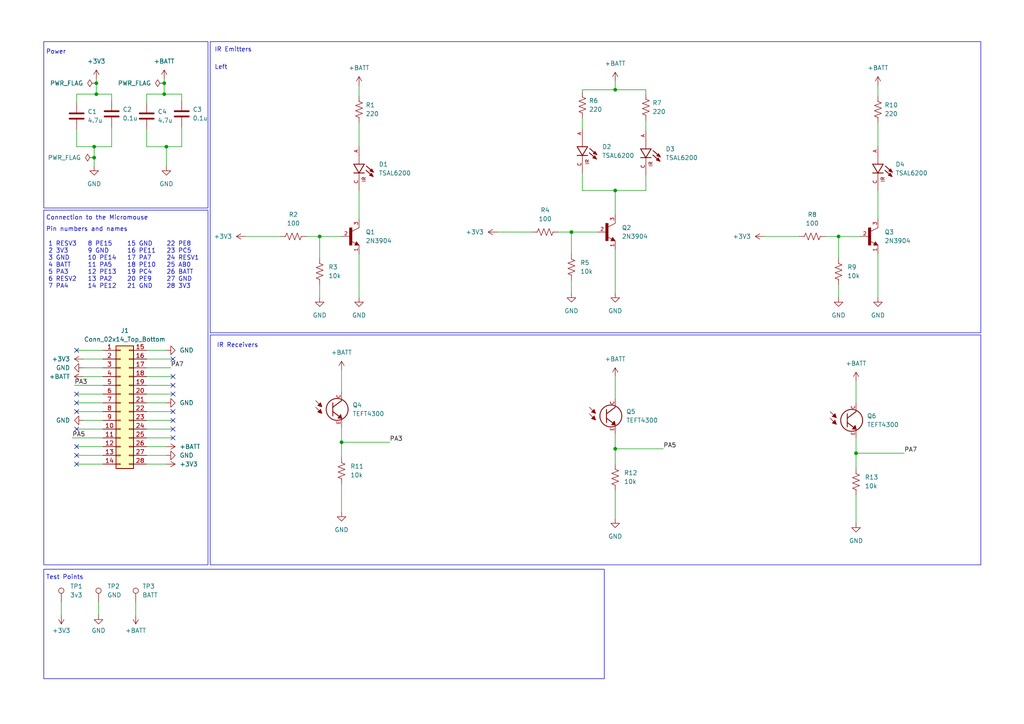
<source format=kicad_sch>
(kicad_sch (version 20230121) (generator eeschema)

  (uuid 04c73d13-15f8-469d-81f9-b705914f1cc3)

  (paper "A4")

  (title_block
    (title "Micromouse Project (Sensing)")
    (date "2024-03-22")
    (rev "0")
    (comment 1 "@author: Kwanele Mabanga")
    (comment 2 "@version: 1")
  )

  (lib_symbols
    (symbol "2N3904:2N3904" (pin_names (offset 1.016)) (in_bom yes) (on_board yes)
      (property "Reference" "Q" (at -10.16 7.62 0)
        (effects (font (size 1.27 1.27)) (justify left bottom))
      )
      (property "Value" "2N3904" (at -10.16 -7.62 0)
        (effects (font (size 1.27 1.27)) (justify left bottom))
      )
      (property "Footprint" "2N3904:TO92127P495H495-3" (at 0 0 0)
        (effects (font (size 1.27 1.27)) (justify bottom) hide)
      )
      (property "Datasheet" "" (at 0 0 0)
        (effects (font (size 1.27 1.27)) hide)
      )
      (property "MF" "STMicroelectronics" (at 0 0 0)
        (effects (font (size 1.27 1.27)) (justify bottom) hide)
      )
      (property "MAXIMUM_PACKAGE_HEIGHT" "4.95 mm" (at 0 0 0)
        (effects (font (size 1.27 1.27)) (justify bottom) hide)
      )
      (property "Package" "TO-92 Motorola" (at 0 0 0)
        (effects (font (size 1.27 1.27)) (justify bottom) hide)
      )
      (property "Price" "None" (at 0 0 0)
        (effects (font (size 1.27 1.27)) (justify bottom) hide)
      )
      (property "Check_prices" "https://www.snapeda.com/parts/2N3904/STMicroelectronics/view-part/?ref=eda" (at 0 0 0)
        (effects (font (size 1.27 1.27)) (justify bottom) hide)
      )
      (property "STANDARD" "IPC 7351B" (at 0 0 0)
        (effects (font (size 1.27 1.27)) (justify bottom) hide)
      )
      (property "PARTREV" "February 2003" (at 0 0 0)
        (effects (font (size 1.27 1.27)) (justify bottom) hide)
      )
      (property "SnapEDA_Link" "https://www.snapeda.com/parts/2N3904/STMicroelectronics/view-part/?ref=snap" (at 0 0 0)
        (effects (font (size 1.27 1.27)) (justify bottom) hide)
      )
      (property "MP" "2N3904" (at 0 0 0)
        (effects (font (size 1.27 1.27)) (justify bottom) hide)
      )
      (property "Description" "\nBipolar (BJT) Transistor NPN 40 V 200 mA 270MHz 625 mW Through Hole TO-92-3\n" (at 0 0 0)
        (effects (font (size 1.27 1.27)) (justify bottom) hide)
      )
      (property "Availability" "In Stock" (at 0 0 0)
        (effects (font (size 1.27 1.27)) (justify bottom) hide)
      )
      (property "MANUFACTURER" "STMicroelectronics" (at 0 0 0)
        (effects (font (size 1.27 1.27)) (justify bottom) hide)
      )
      (symbol "2N3904_0_0"
        (rectangle (start -0.254 -2.54) (end 0.508 2.54)
          (stroke (width 0.1) (type default))
          (fill (type outline))
        )
        (polyline
          (pts
            (xy 1.27 -2.54)
            (xy 1.778 -1.524)
          )
          (stroke (width 0.1524) (type default))
          (fill (type none))
        )
        (polyline
          (pts
            (xy 1.524 -2.413)
            (xy 2.286 -2.413)
          )
          (stroke (width 0.254) (type default))
          (fill (type none))
        )
        (polyline
          (pts
            (xy 1.524 -2.286)
            (xy 1.905 -2.286)
          )
          (stroke (width 0.254) (type default))
          (fill (type none))
        )
        (polyline
          (pts
            (xy 1.54 -2.04)
            (xy 0.308 -1.424)
          )
          (stroke (width 0.1524) (type default))
          (fill (type none))
        )
        (polyline
          (pts
            (xy 1.778 -1.778)
            (xy 1.524 -2.286)
          )
          (stroke (width 0.254) (type default))
          (fill (type none))
        )
        (polyline
          (pts
            (xy 1.778 -1.524)
            (xy 2.54 -2.54)
          )
          (stroke (width 0.1524) (type default))
          (fill (type none))
        )
        (polyline
          (pts
            (xy 1.905 -2.286)
            (xy 1.778 -2.032)
          )
          (stroke (width 0.254) (type default))
          (fill (type none))
        )
        (polyline
          (pts
            (xy 2.286 -2.413)
            (xy 1.778 -1.778)
          )
          (stroke (width 0.254) (type default))
          (fill (type none))
        )
        (polyline
          (pts
            (xy 2.54 -2.54)
            (xy 1.27 -2.54)
          )
          (stroke (width 0.1524) (type default))
          (fill (type none))
        )
        (polyline
          (pts
            (xy 2.54 2.54)
            (xy 0.508 1.524)
          )
          (stroke (width 0.1524) (type default))
          (fill (type none))
        )
        (pin passive line (at 2.54 -5.08 90) (length 2.54)
          (name "~" (effects (font (size 1.016 1.016))))
          (number "1" (effects (font (size 1.016 1.016))))
        )
        (pin passive line (at -2.54 0 0) (length 2.54)
          (name "~" (effects (font (size 1.016 1.016))))
          (number "2" (effects (font (size 1.016 1.016))))
        )
        (pin passive line (at 2.54 5.08 270) (length 2.54)
          (name "~" (effects (font (size 1.016 1.016))))
          (number "3" (effects (font (size 1.016 1.016))))
        )
      )
    )
    (symbol "Connector:TestPoint" (pin_numbers hide) (pin_names (offset 0.762) hide) (in_bom yes) (on_board yes)
      (property "Reference" "TP" (at 0 6.858 0)
        (effects (font (size 1.27 1.27)))
      )
      (property "Value" "TestPoint" (at 0 5.08 0)
        (effects (font (size 1.27 1.27)))
      )
      (property "Footprint" "" (at 5.08 0 0)
        (effects (font (size 1.27 1.27)) hide)
      )
      (property "Datasheet" "~" (at 5.08 0 0)
        (effects (font (size 1.27 1.27)) hide)
      )
      (property "ki_keywords" "test point tp" (at 0 0 0)
        (effects (font (size 1.27 1.27)) hide)
      )
      (property "ki_description" "test point" (at 0 0 0)
        (effects (font (size 1.27 1.27)) hide)
      )
      (property "ki_fp_filters" "Pin* Test*" (at 0 0 0)
        (effects (font (size 1.27 1.27)) hide)
      )
      (symbol "TestPoint_0_1"
        (circle (center 0 3.302) (radius 0.762)
          (stroke (width 0) (type default))
          (fill (type none))
        )
      )
      (symbol "TestPoint_1_1"
        (pin passive line (at 0 0 90) (length 2.54)
          (name "1" (effects (font (size 1.27 1.27))))
          (number "1" (effects (font (size 1.27 1.27))))
        )
      )
    )
    (symbol "Connector_Generic:Conn_02x14_Top_Bottom" (pin_names (offset 1.016) hide) (in_bom yes) (on_board yes)
      (property "Reference" "J" (at 1.27 17.78 0)
        (effects (font (size 1.27 1.27)))
      )
      (property "Value" "Conn_02x14_Top_Bottom" (at 1.27 -20.32 0)
        (effects (font (size 1.27 1.27)))
      )
      (property "Footprint" "" (at 0 0 0)
        (effects (font (size 1.27 1.27)) hide)
      )
      (property "Datasheet" "~" (at 0 0 0)
        (effects (font (size 1.27 1.27)) hide)
      )
      (property "ki_keywords" "connector" (at 0 0 0)
        (effects (font (size 1.27 1.27)) hide)
      )
      (property "ki_description" "Generic connector, double row, 02x14, top/bottom pin numbering scheme (row 1: 1...pins_per_row, row2: pins_per_row+1 ... num_pins), script generated (kicad-library-utils/schlib/autogen/connector/)" (at 0 0 0)
        (effects (font (size 1.27 1.27)) hide)
      )
      (property "ki_fp_filters" "Connector*:*_2x??_*" (at 0 0 0)
        (effects (font (size 1.27 1.27)) hide)
      )
      (symbol "Conn_02x14_Top_Bottom_1_1"
        (rectangle (start -1.27 -17.653) (end 0 -17.907)
          (stroke (width 0.1524) (type default))
          (fill (type none))
        )
        (rectangle (start -1.27 -15.113) (end 0 -15.367)
          (stroke (width 0.1524) (type default))
          (fill (type none))
        )
        (rectangle (start -1.27 -12.573) (end 0 -12.827)
          (stroke (width 0.1524) (type default))
          (fill (type none))
        )
        (rectangle (start -1.27 -10.033) (end 0 -10.287)
          (stroke (width 0.1524) (type default))
          (fill (type none))
        )
        (rectangle (start -1.27 -7.493) (end 0 -7.747)
          (stroke (width 0.1524) (type default))
          (fill (type none))
        )
        (rectangle (start -1.27 -4.953) (end 0 -5.207)
          (stroke (width 0.1524) (type default))
          (fill (type none))
        )
        (rectangle (start -1.27 -2.413) (end 0 -2.667)
          (stroke (width 0.1524) (type default))
          (fill (type none))
        )
        (rectangle (start -1.27 0.127) (end 0 -0.127)
          (stroke (width 0.1524) (type default))
          (fill (type none))
        )
        (rectangle (start -1.27 2.667) (end 0 2.413)
          (stroke (width 0.1524) (type default))
          (fill (type none))
        )
        (rectangle (start -1.27 5.207) (end 0 4.953)
          (stroke (width 0.1524) (type default))
          (fill (type none))
        )
        (rectangle (start -1.27 7.747) (end 0 7.493)
          (stroke (width 0.1524) (type default))
          (fill (type none))
        )
        (rectangle (start -1.27 10.287) (end 0 10.033)
          (stroke (width 0.1524) (type default))
          (fill (type none))
        )
        (rectangle (start -1.27 12.827) (end 0 12.573)
          (stroke (width 0.1524) (type default))
          (fill (type none))
        )
        (rectangle (start -1.27 15.367) (end 0 15.113)
          (stroke (width 0.1524) (type default))
          (fill (type none))
        )
        (rectangle (start -1.27 16.51) (end 3.81 -19.05)
          (stroke (width 0.254) (type default))
          (fill (type background))
        )
        (rectangle (start 3.81 -17.653) (end 2.54 -17.907)
          (stroke (width 0.1524) (type default))
          (fill (type none))
        )
        (rectangle (start 3.81 -15.113) (end 2.54 -15.367)
          (stroke (width 0.1524) (type default))
          (fill (type none))
        )
        (rectangle (start 3.81 -12.573) (end 2.54 -12.827)
          (stroke (width 0.1524) (type default))
          (fill (type none))
        )
        (rectangle (start 3.81 -10.033) (end 2.54 -10.287)
          (stroke (width 0.1524) (type default))
          (fill (type none))
        )
        (rectangle (start 3.81 -7.493) (end 2.54 -7.747)
          (stroke (width 0.1524) (type default))
          (fill (type none))
        )
        (rectangle (start 3.81 -4.953) (end 2.54 -5.207)
          (stroke (width 0.1524) (type default))
          (fill (type none))
        )
        (rectangle (start 3.81 -2.413) (end 2.54 -2.667)
          (stroke (width 0.1524) (type default))
          (fill (type none))
        )
        (rectangle (start 3.81 0.127) (end 2.54 -0.127)
          (stroke (width 0.1524) (type default))
          (fill (type none))
        )
        (rectangle (start 3.81 2.667) (end 2.54 2.413)
          (stroke (width 0.1524) (type default))
          (fill (type none))
        )
        (rectangle (start 3.81 5.207) (end 2.54 4.953)
          (stroke (width 0.1524) (type default))
          (fill (type none))
        )
        (rectangle (start 3.81 7.747) (end 2.54 7.493)
          (stroke (width 0.1524) (type default))
          (fill (type none))
        )
        (rectangle (start 3.81 10.287) (end 2.54 10.033)
          (stroke (width 0.1524) (type default))
          (fill (type none))
        )
        (rectangle (start 3.81 12.827) (end 2.54 12.573)
          (stroke (width 0.1524) (type default))
          (fill (type none))
        )
        (rectangle (start 3.81 15.367) (end 2.54 15.113)
          (stroke (width 0.1524) (type default))
          (fill (type none))
        )
        (pin passive line (at -5.08 15.24 0) (length 3.81)
          (name "Pin_1" (effects (font (size 1.27 1.27))))
          (number "1" (effects (font (size 1.27 1.27))))
        )
        (pin passive line (at -5.08 -7.62 0) (length 3.81)
          (name "Pin_10" (effects (font (size 1.27 1.27))))
          (number "10" (effects (font (size 1.27 1.27))))
        )
        (pin passive line (at -5.08 -10.16 0) (length 3.81)
          (name "Pin_11" (effects (font (size 1.27 1.27))))
          (number "11" (effects (font (size 1.27 1.27))))
        )
        (pin passive line (at -5.08 -12.7 0) (length 3.81)
          (name "Pin_12" (effects (font (size 1.27 1.27))))
          (number "12" (effects (font (size 1.27 1.27))))
        )
        (pin passive line (at -5.08 -15.24 0) (length 3.81)
          (name "Pin_13" (effects (font (size 1.27 1.27))))
          (number "13" (effects (font (size 1.27 1.27))))
        )
        (pin passive line (at -5.08 -17.78 0) (length 3.81)
          (name "Pin_14" (effects (font (size 1.27 1.27))))
          (number "14" (effects (font (size 1.27 1.27))))
        )
        (pin passive line (at 7.62 15.24 180) (length 3.81)
          (name "Pin_15" (effects (font (size 1.27 1.27))))
          (number "15" (effects (font (size 1.27 1.27))))
        )
        (pin passive line (at 7.62 12.7 180) (length 3.81)
          (name "Pin_16" (effects (font (size 1.27 1.27))))
          (number "16" (effects (font (size 1.27 1.27))))
        )
        (pin passive line (at 7.62 10.16 180) (length 3.81)
          (name "Pin_17" (effects (font (size 1.27 1.27))))
          (number "17" (effects (font (size 1.27 1.27))))
        )
        (pin passive line (at 7.62 7.62 180) (length 3.81)
          (name "Pin_18" (effects (font (size 1.27 1.27))))
          (number "18" (effects (font (size 1.27 1.27))))
        )
        (pin passive line (at 7.62 5.08 180) (length 3.81)
          (name "Pin_19" (effects (font (size 1.27 1.27))))
          (number "19" (effects (font (size 1.27 1.27))))
        )
        (pin passive line (at -5.08 12.7 0) (length 3.81)
          (name "Pin_2" (effects (font (size 1.27 1.27))))
          (number "2" (effects (font (size 1.27 1.27))))
        )
        (pin passive line (at 7.62 2.54 180) (length 3.81)
          (name "Pin_20" (effects (font (size 1.27 1.27))))
          (number "20" (effects (font (size 1.27 1.27))))
        )
        (pin passive line (at 7.62 0 180) (length 3.81)
          (name "Pin_21" (effects (font (size 1.27 1.27))))
          (number "21" (effects (font (size 1.27 1.27))))
        )
        (pin passive line (at 7.62 -2.54 180) (length 3.81)
          (name "Pin_22" (effects (font (size 1.27 1.27))))
          (number "22" (effects (font (size 1.27 1.27))))
        )
        (pin passive line (at 7.62 -5.08 180) (length 3.81)
          (name "Pin_23" (effects (font (size 1.27 1.27))))
          (number "23" (effects (font (size 1.27 1.27))))
        )
        (pin passive line (at 7.62 -7.62 180) (length 3.81)
          (name "Pin_24" (effects (font (size 1.27 1.27))))
          (number "24" (effects (font (size 1.27 1.27))))
        )
        (pin passive line (at 7.62 -10.16 180) (length 3.81)
          (name "Pin_25" (effects (font (size 1.27 1.27))))
          (number "25" (effects (font (size 1.27 1.27))))
        )
        (pin passive line (at 7.62 -12.7 180) (length 3.81)
          (name "Pin_26" (effects (font (size 1.27 1.27))))
          (number "26" (effects (font (size 1.27 1.27))))
        )
        (pin passive line (at 7.62 -15.24 180) (length 3.81)
          (name "Pin_27" (effects (font (size 1.27 1.27))))
          (number "27" (effects (font (size 1.27 1.27))))
        )
        (pin passive line (at 7.62 -17.78 180) (length 3.81)
          (name "Pin_28" (effects (font (size 1.27 1.27))))
          (number "28" (effects (font (size 1.27 1.27))))
        )
        (pin passive line (at -5.08 10.16 0) (length 3.81)
          (name "Pin_3" (effects (font (size 1.27 1.27))))
          (number "3" (effects (font (size 1.27 1.27))))
        )
        (pin passive line (at -5.08 7.62 0) (length 3.81)
          (name "Pin_4" (effects (font (size 1.27 1.27))))
          (number "4" (effects (font (size 1.27 1.27))))
        )
        (pin passive line (at -5.08 5.08 0) (length 3.81)
          (name "Pin_5" (effects (font (size 1.27 1.27))))
          (number "5" (effects (font (size 1.27 1.27))))
        )
        (pin passive line (at -5.08 2.54 0) (length 3.81)
          (name "Pin_6" (effects (font (size 1.27 1.27))))
          (number "6" (effects (font (size 1.27 1.27))))
        )
        (pin passive line (at -5.08 0 0) (length 3.81)
          (name "Pin_7" (effects (font (size 1.27 1.27))))
          (number "7" (effects (font (size 1.27 1.27))))
        )
        (pin passive line (at -5.08 -2.54 0) (length 3.81)
          (name "Pin_8" (effects (font (size 1.27 1.27))))
          (number "8" (effects (font (size 1.27 1.27))))
        )
        (pin passive line (at -5.08 -5.08 0) (length 3.81)
          (name "Pin_9" (effects (font (size 1.27 1.27))))
          (number "9" (effects (font (size 1.27 1.27))))
        )
      )
    )
    (symbol "Device:C" (pin_numbers hide) (pin_names (offset 0.254)) (in_bom yes) (on_board yes)
      (property "Reference" "C" (at 0.635 2.54 0)
        (effects (font (size 1.27 1.27)) (justify left))
      )
      (property "Value" "C" (at 0.635 -2.54 0)
        (effects (font (size 1.27 1.27)) (justify left))
      )
      (property "Footprint" "" (at 0.9652 -3.81 0)
        (effects (font (size 1.27 1.27)) hide)
      )
      (property "Datasheet" "~" (at 0 0 0)
        (effects (font (size 1.27 1.27)) hide)
      )
      (property "ki_keywords" "cap capacitor" (at 0 0 0)
        (effects (font (size 1.27 1.27)) hide)
      )
      (property "ki_description" "Unpolarized capacitor" (at 0 0 0)
        (effects (font (size 1.27 1.27)) hide)
      )
      (property "ki_fp_filters" "C_*" (at 0 0 0)
        (effects (font (size 1.27 1.27)) hide)
      )
      (symbol "C_0_1"
        (polyline
          (pts
            (xy -2.032 -0.762)
            (xy 2.032 -0.762)
          )
          (stroke (width 0.508) (type default))
          (fill (type none))
        )
        (polyline
          (pts
            (xy -2.032 0.762)
            (xy 2.032 0.762)
          )
          (stroke (width 0.508) (type default))
          (fill (type none))
        )
      )
      (symbol "C_1_1"
        (pin passive line (at 0 3.81 270) (length 2.794)
          (name "~" (effects (font (size 1.27 1.27))))
          (number "1" (effects (font (size 1.27 1.27))))
        )
        (pin passive line (at 0 -3.81 90) (length 2.794)
          (name "~" (effects (font (size 1.27 1.27))))
          (number "2" (effects (font (size 1.27 1.27))))
        )
      )
    )
    (symbol "Device:R_US" (pin_numbers hide) (pin_names (offset 0)) (in_bom yes) (on_board yes)
      (property "Reference" "R" (at 2.54 0 90)
        (effects (font (size 1.27 1.27)))
      )
      (property "Value" "R_US" (at -2.54 0 90)
        (effects (font (size 1.27 1.27)))
      )
      (property "Footprint" "" (at 1.016 -0.254 90)
        (effects (font (size 1.27 1.27)) hide)
      )
      (property "Datasheet" "~" (at 0 0 0)
        (effects (font (size 1.27 1.27)) hide)
      )
      (property "ki_keywords" "R res resistor" (at 0 0 0)
        (effects (font (size 1.27 1.27)) hide)
      )
      (property "ki_description" "Resistor, US symbol" (at 0 0 0)
        (effects (font (size 1.27 1.27)) hide)
      )
      (property "ki_fp_filters" "R_*" (at 0 0 0)
        (effects (font (size 1.27 1.27)) hide)
      )
      (symbol "R_US_0_1"
        (polyline
          (pts
            (xy 0 -2.286)
            (xy 0 -2.54)
          )
          (stroke (width 0) (type default))
          (fill (type none))
        )
        (polyline
          (pts
            (xy 0 2.286)
            (xy 0 2.54)
          )
          (stroke (width 0) (type default))
          (fill (type none))
        )
        (polyline
          (pts
            (xy 0 -0.762)
            (xy 1.016 -1.143)
            (xy 0 -1.524)
            (xy -1.016 -1.905)
            (xy 0 -2.286)
          )
          (stroke (width 0) (type default))
          (fill (type none))
        )
        (polyline
          (pts
            (xy 0 0.762)
            (xy 1.016 0.381)
            (xy 0 0)
            (xy -1.016 -0.381)
            (xy 0 -0.762)
          )
          (stroke (width 0) (type default))
          (fill (type none))
        )
        (polyline
          (pts
            (xy 0 2.286)
            (xy 1.016 1.905)
            (xy 0 1.524)
            (xy -1.016 1.143)
            (xy 0 0.762)
          )
          (stroke (width 0) (type default))
          (fill (type none))
        )
      )
      (symbol "R_US_1_1"
        (pin passive line (at 0 3.81 270) (length 1.27)
          (name "~" (effects (font (size 1.27 1.27))))
          (number "1" (effects (font (size 1.27 1.27))))
        )
        (pin passive line (at 0 -3.81 90) (length 1.27)
          (name "~" (effects (font (size 1.27 1.27))))
          (number "2" (effects (font (size 1.27 1.27))))
        )
      )
    )
    (symbol "TEFT4300:TEFT4300" (pin_names (offset 1.016)) (in_bom yes) (on_board yes)
      (property "Reference" "Q" (at -10.1556 5.0822 0)
        (effects (font (size 1.27 1.27)) (justify left bottom))
      )
      (property "Value" "TEFT4300" (at -10.1508 -7.62 0)
        (effects (font (size 1.27 1.27)) (justify left bottom))
      )
      (property "Footprint" "TEFT4300:XDCR_TEFT4300" (at 0 0 0)
        (effects (font (size 1.27 1.27)) (justify bottom) hide)
      )
      (property "Datasheet" "" (at 0 0 0)
        (effects (font (size 1.27 1.27)) hide)
      )
      (property "DigiKey_Part_Number" "751-1041-ND" (at 0 0 0)
        (effects (font (size 1.27 1.27)) (justify bottom) hide)
      )
      (property "MF" "Vishay Semiconductor" (at 0 0 0)
        (effects (font (size 1.27 1.27)) (justify bottom) hide)
      )
      (property "MAXIMUM_PACKAGE_HEIGHT" "6.10mm" (at 0 0 0)
        (effects (font (size 1.27 1.27)) (justify bottom) hide)
      )
      (property "PACKAGE" "Radial Vishay" (at 0 0 0)
        (effects (font (size 1.27 1.27)) (justify bottom) hide)
      )
      (property "Package" "Radial Vishay" (at 0 0 0)
        (effects (font (size 1.27 1.27)) (justify bottom) hide)
      )
      (property "Check_prices" "https://www.snapeda.com/parts/TEFT4300/Vishay+Semiconductor+Opto+Division/view-part/?ref=eda" (at 0 0 0)
        (effects (font (size 1.27 1.27)) (justify bottom) hide)
      )
      (property "SnapEDA_Link" "https://www.snapeda.com/parts/TEFT4300/Vishay+Semiconductor+Opto+Division/view-part/?ref=snap" (at 0 0 0)
        (effects (font (size 1.27 1.27)) (justify bottom) hide)
      )
      (property "MP" "TEFT4300" (at 0 0 0)
        (effects (font (size 1.27 1.27)) (justify bottom) hide)
      )
      (property "Description" "\nPhototransistors 925nm Top View Radial, 3mm Dia (T-1)\n" (at 0 0 0)
        (effects (font (size 1.27 1.27)) (justify bottom) hide)
      )
      (symbol "TEFT4300_0_0"
        (polyline
          (pts
            (xy -4.953 0.635)
            (xy -3.175 -1.143)
          )
          (stroke (width 0.1524) (type default))
          (fill (type none))
        )
        (polyline
          (pts
            (xy -4.953 2.54)
            (xy -3.175 0.762)
          )
          (stroke (width 0.1524) (type default))
          (fill (type none))
        )
        (polyline
          (pts
            (xy -4.318 -0.762)
            (xy -3.556 0)
          )
          (stroke (width 0.1524) (type default))
          (fill (type none))
        )
        (polyline
          (pts
            (xy -4.318 1.143)
            (xy -3.556 1.905)
          )
          (stroke (width 0.1524) (type default))
          (fill (type none))
        )
        (polyline
          (pts
            (xy -3.556 0)
            (xy -3.175 -1.143)
          )
          (stroke (width 0.1524) (type default))
          (fill (type none))
        )
        (polyline
          (pts
            (xy -3.556 1.905)
            (xy -3.175 0.762)
          )
          (stroke (width 0.1524) (type default))
          (fill (type none))
        )
        (polyline
          (pts
            (xy -3.175 -1.143)
            (xy -4.318 -0.762)
          )
          (stroke (width 0.1524) (type default))
          (fill (type none))
        )
        (polyline
          (pts
            (xy -3.175 0.762)
            (xy -4.318 1.143)
          )
          (stroke (width 0.1524) (type default))
          (fill (type none))
        )
        (polyline
          (pts
            (xy 0 -0.635)
            (xy 0 -1.905)
          )
          (stroke (width 0.254) (type default))
          (fill (type none))
        )
        (polyline
          (pts
            (xy 0 -0.635)
            (xy 2.54 -2.54)
          )
          (stroke (width 0.254) (type default))
          (fill (type none))
        )
        (polyline
          (pts
            (xy 0 0.635)
            (xy 0 -0.635)
          )
          (stroke (width 0.254) (type default))
          (fill (type none))
        )
        (polyline
          (pts
            (xy 0 0.635)
            (xy 2.54 2.54)
          )
          (stroke (width 0.254) (type default))
          (fill (type none))
        )
        (polyline
          (pts
            (xy 0 1.905)
            (xy 0 0.635)
          )
          (stroke (width 0.254) (type default))
          (fill (type none))
        )
        (polyline
          (pts
            (xy 2.286 -2.286)
            (xy 2.54 -2.54)
          )
          (stroke (width 0.1524) (type default))
          (fill (type none))
        )
        (polyline
          (pts
            (xy -4.318 -0.762)
            (xy -3.175 -1.143)
            (xy -3.556 0)
            (xy -4.318 -0.762)
          )
          (stroke (width 0.1524) (type default))
          (fill (type outline))
        )
        (polyline
          (pts
            (xy -4.318 1.143)
            (xy -3.175 0.762)
            (xy -3.556 1.905)
            (xy -4.318 1.143)
          )
          (stroke (width 0.1524) (type default))
          (fill (type outline))
        )
        (polyline
          (pts
            (xy 2.54 -2.54)
            (xy 2.286 -1.524)
            (xy 1.524 -2.54)
            (xy 2.54 -2.54)
          )
          (stroke (width 0.254) (type default))
          (fill (type outline))
        )
        (circle (center 1.27 0) (radius 3.175)
          (stroke (width 0.254) (type default))
          (fill (type none))
        )
        (pin passive line (at 2.54 5.08 270) (length 2.54)
          (name "~" (effects (font (size 1.016 1.016))))
          (number "C" (effects (font (size 1.016 1.016))))
        )
        (pin passive line (at 2.54 -5.08 90) (length 2.54)
          (name "~" (effects (font (size 1.016 1.016))))
          (number "E" (effects (font (size 1.016 1.016))))
        )
      )
    )
    (symbol "TSAL6200:TSAL6200" (pin_names (offset 1.016)) (in_bom yes) (on_board yes)
      (property "Reference" "D" (at -3.556 4.826 0)
        (effects (font (size 1.27 1.27)) (justify left bottom))
      )
      (property "Value" "TSAL6200" (at -3.556 -3.302 0)
        (effects (font (size 1.27 1.27)) (justify left bottom))
      )
      (property "Footprint" "TSAL6200:LEDRD254W55D595H900" (at 0 0 0)
        (effects (font (size 1.27 1.27)) (justify bottom) hide)
      )
      (property "Datasheet" "" (at 0 0 0)
        (effects (font (size 1.27 1.27)) hide)
      )
      (property "MF" "Vishay Semiconductor" (at 0 0 0)
        (effects (font (size 1.27 1.27)) (justify bottom) hide)
      )
      (property "MAXIMUM_PACKAGE_HEIGHT" "9.0 mm" (at 0 0 0)
        (effects (font (size 1.27 1.27)) (justify bottom) hide)
      )
      (property "RS_Components_8187663_Purchase_URL" "https://www.snapeda.com/api/url_track_click/https%253A//uk.rs-online.com/web/p/ir-leds/8187663//%253Futm_campaign%253Dbuynow%2526utm_medium%253Daggregator%2526utm_source%253Dsnapeda%2526cm_mmc%253Daff-_-uk-_-snapeda-_-8187663/?unipart_id=106073&manufacturer=Vishay Semiconductor&part_name=TSAL6200&search_term=tsal6200" (at 0 0 0)
        (effects (font (size 1.27 1.27)) (justify bottom) hide)
      )
      (property "Package" "Radial Vishay" (at 0 0 0)
        (effects (font (size 1.27 1.27)) (justify bottom) hide)
      )
      (property "RS_Components_1656195_Purchase_URL" "https://www.snapeda.com/api/url_track_click/https%253A//uk.rs-online.com/web/p/ir-leds/1656195//%253Futm_campaign%253Dbuynow%2526utm_medium%253Daggregator%2526utm_source%253Dsnapeda%2526cm_mmc%253Daff-_-uk-_-snapeda-_-1656195/?unipart_id=106073&manufacturer=Vishay Semiconductor&part_name=TSAL6200&search_term=tsal6200" (at 0 0 0)
        (effects (font (size 1.27 1.27)) (justify bottom) hide)
      )
      (property "Check_prices" "https://www.snapeda.com/parts/TSAL6200/Vishay+Semiconductor+Opto+Division/view-part/?ref=eda" (at 0 0 0)
        (effects (font (size 1.27 1.27)) (justify bottom) hide)
      )
      (property "STANDARD" "IPC-7351B" (at 0 0 0)
        (effects (font (size 1.27 1.27)) (justify bottom) hide)
      )
      (property "PARTREV" "2.4" (at 0 0 0)
        (effects (font (size 1.27 1.27)) (justify bottom) hide)
      )
      (property "SnapEDA_Link" "https://www.snapeda.com/parts/TSAL6200/Vishay+Semiconductor+Opto+Division/view-part/?ref=snap" (at 0 0 0)
        (effects (font (size 1.27 1.27)) (justify bottom) hide)
      )
      (property "MP" "TSAL6200" (at 0 0 0)
        (effects (font (size 1.27 1.27)) (justify bottom) hide)
      )
      (property "Description" "\nInfrared (IR) Emitter 940nm 1.35V 100mA 40mW/sr @ 100mA 34° Radial, 5mm Dia (T 1 3/4)\n" (at 0 0 0)
        (effects (font (size 1.27 1.27)) (justify bottom) hide)
      )
      (property "RS_Components_8187663P_Purchase_URL" "https://www.snapeda.com/api/url_track_click/https%253A//uk.rs-online.com/web/p/ir-leds/8187663p//%253Futm_campaign%253Dbuynow%2526utm_medium%253Daggregator%2526utm_source%253Dsnapeda%2526cm_mmc%253Daff-_-uk-_-snapeda-_-8187663P/?unipart_id=106073&manufacturer=Vishay Semiconductor&part_name=TSAL6200&search_term=tsal6200" (at 0 0 0)
        (effects (font (size 1.27 1.27)) (justify bottom) hide)
      )
      (property "MANUFACTURER" "Vishay" (at 0 0 0)
        (effects (font (size 1.27 1.27)) (justify bottom) hide)
      )
      (symbol "TSAL6200_0_0"
        (polyline
          (pts
            (xy -2.54 -1.524)
            (xy 0 0)
          )
          (stroke (width 0.254) (type default))
          (fill (type none))
        )
        (polyline
          (pts
            (xy -2.54 0)
            (xy -5.08 0)
          )
          (stroke (width 0.1524) (type default))
          (fill (type none))
        )
        (polyline
          (pts
            (xy -2.54 0)
            (xy -2.54 -1.524)
          )
          (stroke (width 0.254) (type default))
          (fill (type none))
        )
        (polyline
          (pts
            (xy -2.54 1.524)
            (xy -2.54 0)
          )
          (stroke (width 0.254) (type default))
          (fill (type none))
        )
        (polyline
          (pts
            (xy -1.1176 3.683)
            (xy -0.2286 4.1656)
          )
          (stroke (width 0.254) (type default))
          (fill (type none))
        )
        (polyline
          (pts
            (xy -0.9398 3.6068)
            (xy -0.7112 3.7592)
          )
          (stroke (width 0.254) (type default))
          (fill (type none))
        )
        (polyline
          (pts
            (xy -0.5588 3.2004)
            (xy -1.1176 3.683)
          )
          (stroke (width 0.254) (type default))
          (fill (type none))
        )
        (polyline
          (pts
            (xy -0.5588 3.2004)
            (xy -0.5334 3.937)
          )
          (stroke (width 0.254) (type default))
          (fill (type none))
        )
        (polyline
          (pts
            (xy -0.5334 3.937)
            (xy -0.6604 3.937)
          )
          (stroke (width 0.254) (type default))
          (fill (type none))
        )
        (polyline
          (pts
            (xy -0.2286 4.1656)
            (xy -2.0066 2.1336)
          )
          (stroke (width 0.254) (type default))
          (fill (type none))
        )
        (polyline
          (pts
            (xy -0.2286 4.1656)
            (xy -0.5588 3.2004)
          )
          (stroke (width 0.254) (type default))
          (fill (type none))
        )
        (polyline
          (pts
            (xy 0 0)
            (xy -2.54 1.524)
          )
          (stroke (width 0.254) (type default))
          (fill (type none))
        )
        (polyline
          (pts
            (xy 0 1.524)
            (xy 0 -1.524)
          )
          (stroke (width 0.254) (type default))
          (fill (type none))
        )
        (polyline
          (pts
            (xy 0.127 3.5814)
            (xy 1.016 4.064)
          )
          (stroke (width 0.254) (type default))
          (fill (type none))
        )
        (polyline
          (pts
            (xy 0.3048 3.5052)
            (xy 0.5334 3.6576)
          )
          (stroke (width 0.254) (type default))
          (fill (type none))
        )
        (polyline
          (pts
            (xy 0.6858 3.0988)
            (xy 0.127 3.5814)
          )
          (stroke (width 0.254) (type default))
          (fill (type none))
        )
        (polyline
          (pts
            (xy 0.6858 3.0988)
            (xy 0.7112 3.8354)
          )
          (stroke (width 0.254) (type default))
          (fill (type none))
        )
        (polyline
          (pts
            (xy 0.7112 3.8354)
            (xy 0.5842 3.8354)
          )
          (stroke (width 0.254) (type default))
          (fill (type none))
        )
        (polyline
          (pts
            (xy 1.016 4.064)
            (xy -0.762 2.032)
          )
          (stroke (width 0.254) (type default))
          (fill (type none))
        )
        (polyline
          (pts
            (xy 1.016 4.064)
            (xy 0.6858 3.0988)
          )
          (stroke (width 0.254) (type default))
          (fill (type none))
        )
        (text "IR" (at 1.016 2.032 0)
          (effects (font (size 1.016 1.016)) (justify left bottom))
        )
        (pin passive line (at -7.62 0 0) (length 2.54)
          (name "~" (effects (font (size 1.016 1.016))))
          (number "A" (effects (font (size 1.016 1.016))))
        )
        (pin passive line (at 5.08 0 180) (length 5.08)
          (name "~" (effects (font (size 1.016 1.016))))
          (number "C" (effects (font (size 1.016 1.016))))
        )
      )
    )
    (symbol "power:+3V3" (power) (pin_names (offset 0)) (in_bom yes) (on_board yes)
      (property "Reference" "#PWR" (at 0 -3.81 0)
        (effects (font (size 1.27 1.27)) hide)
      )
      (property "Value" "+3V3" (at 0 3.556 0)
        (effects (font (size 1.27 1.27)))
      )
      (property "Footprint" "" (at 0 0 0)
        (effects (font (size 1.27 1.27)) hide)
      )
      (property "Datasheet" "" (at 0 0 0)
        (effects (font (size 1.27 1.27)) hide)
      )
      (property "ki_keywords" "global power" (at 0 0 0)
        (effects (font (size 1.27 1.27)) hide)
      )
      (property "ki_description" "Power symbol creates a global label with name \"+3V3\"" (at 0 0 0)
        (effects (font (size 1.27 1.27)) hide)
      )
      (symbol "+3V3_0_1"
        (polyline
          (pts
            (xy -0.762 1.27)
            (xy 0 2.54)
          )
          (stroke (width 0) (type default))
          (fill (type none))
        )
        (polyline
          (pts
            (xy 0 0)
            (xy 0 2.54)
          )
          (stroke (width 0) (type default))
          (fill (type none))
        )
        (polyline
          (pts
            (xy 0 2.54)
            (xy 0.762 1.27)
          )
          (stroke (width 0) (type default))
          (fill (type none))
        )
      )
      (symbol "+3V3_1_1"
        (pin power_in line (at 0 0 90) (length 0) hide
          (name "+3V3" (effects (font (size 1.27 1.27))))
          (number "1" (effects (font (size 1.27 1.27))))
        )
      )
    )
    (symbol "power:+BATT" (power) (pin_names (offset 0)) (in_bom yes) (on_board yes)
      (property "Reference" "#PWR" (at 0 -3.81 0)
        (effects (font (size 1.27 1.27)) hide)
      )
      (property "Value" "+BATT" (at 0 3.556 0)
        (effects (font (size 1.27 1.27)))
      )
      (property "Footprint" "" (at 0 0 0)
        (effects (font (size 1.27 1.27)) hide)
      )
      (property "Datasheet" "" (at 0 0 0)
        (effects (font (size 1.27 1.27)) hide)
      )
      (property "ki_keywords" "global power battery" (at 0 0 0)
        (effects (font (size 1.27 1.27)) hide)
      )
      (property "ki_description" "Power symbol creates a global label with name \"+BATT\"" (at 0 0 0)
        (effects (font (size 1.27 1.27)) hide)
      )
      (symbol "+BATT_0_1"
        (polyline
          (pts
            (xy -0.762 1.27)
            (xy 0 2.54)
          )
          (stroke (width 0) (type default))
          (fill (type none))
        )
        (polyline
          (pts
            (xy 0 0)
            (xy 0 2.54)
          )
          (stroke (width 0) (type default))
          (fill (type none))
        )
        (polyline
          (pts
            (xy 0 2.54)
            (xy 0.762 1.27)
          )
          (stroke (width 0) (type default))
          (fill (type none))
        )
      )
      (symbol "+BATT_1_1"
        (pin power_in line (at 0 0 90) (length 0) hide
          (name "+BATT" (effects (font (size 1.27 1.27))))
          (number "1" (effects (font (size 1.27 1.27))))
        )
      )
    )
    (symbol "power:GND" (power) (pin_names (offset 0)) (in_bom yes) (on_board yes)
      (property "Reference" "#PWR" (at 0 -6.35 0)
        (effects (font (size 1.27 1.27)) hide)
      )
      (property "Value" "GND" (at 0 -3.81 0)
        (effects (font (size 1.27 1.27)))
      )
      (property "Footprint" "" (at 0 0 0)
        (effects (font (size 1.27 1.27)) hide)
      )
      (property "Datasheet" "" (at 0 0 0)
        (effects (font (size 1.27 1.27)) hide)
      )
      (property "ki_keywords" "global power" (at 0 0 0)
        (effects (font (size 1.27 1.27)) hide)
      )
      (property "ki_description" "Power symbol creates a global label with name \"GND\" , ground" (at 0 0 0)
        (effects (font (size 1.27 1.27)) hide)
      )
      (symbol "GND_0_1"
        (polyline
          (pts
            (xy 0 0)
            (xy 0 -1.27)
            (xy 1.27 -1.27)
            (xy 0 -2.54)
            (xy -1.27 -1.27)
            (xy 0 -1.27)
          )
          (stroke (width 0) (type default))
          (fill (type none))
        )
      )
      (symbol "GND_1_1"
        (pin power_in line (at 0 0 270) (length 0) hide
          (name "GND" (effects (font (size 1.27 1.27))))
          (number "1" (effects (font (size 1.27 1.27))))
        )
      )
    )
    (symbol "power:PWR_FLAG" (power) (pin_numbers hide) (pin_names (offset 0) hide) (in_bom yes) (on_board yes)
      (property "Reference" "#FLG" (at 0 1.905 0)
        (effects (font (size 1.27 1.27)) hide)
      )
      (property "Value" "PWR_FLAG" (at 0 3.81 0)
        (effects (font (size 1.27 1.27)))
      )
      (property "Footprint" "" (at 0 0 0)
        (effects (font (size 1.27 1.27)) hide)
      )
      (property "Datasheet" "~" (at 0 0 0)
        (effects (font (size 1.27 1.27)) hide)
      )
      (property "ki_keywords" "flag power" (at 0 0 0)
        (effects (font (size 1.27 1.27)) hide)
      )
      (property "ki_description" "Special symbol for telling ERC where power comes from" (at 0 0 0)
        (effects (font (size 1.27 1.27)) hide)
      )
      (symbol "PWR_FLAG_0_0"
        (pin power_out line (at 0 0 90) (length 0)
          (name "pwr" (effects (font (size 1.27 1.27))))
          (number "1" (effects (font (size 1.27 1.27))))
        )
      )
      (symbol "PWR_FLAG_0_1"
        (polyline
          (pts
            (xy 0 0)
            (xy 0 1.27)
            (xy -1.016 1.905)
            (xy 0 2.54)
            (xy 1.016 1.905)
            (xy 0 1.27)
          )
          (stroke (width 0) (type default))
          (fill (type none))
        )
      )
    )
  )

  (junction (at 27.305 42.545) (diameter 0) (color 0 0 0 0)
    (uuid 147e7c7a-5fa9-4087-88b6-779b2a15b322)
  )
  (junction (at 27.305 45.72) (diameter 0) (color 0 0 0 0)
    (uuid 1c5c7974-6baa-498e-b2b8-2397f6c6c81a)
  )
  (junction (at 99.06 128.27) (diameter 0) (color 0 0 0 0)
    (uuid 36faa82e-1c4e-463b-802f-bf40f356d74a)
  )
  (junction (at 178.435 130.175) (diameter 0) (color 0 0 0 0)
    (uuid 45665725-a076-486b-873b-0feace620a62)
  )
  (junction (at 178.435 26.035) (diameter 0) (color 0 0 0 0)
    (uuid 60d0d08b-d692-41b9-b5c1-629692ff9724)
  )
  (junction (at 48.26 42.545) (diameter 0) (color 0 0 0 0)
    (uuid 62cb7e33-3346-413c-933a-6ff4cb6cf1be)
  )
  (junction (at 27.94 24.13) (diameter 0) (color 0 0 0 0)
    (uuid 63ed234d-4402-4fcf-8edb-4322984e5462)
  )
  (junction (at 92.71 68.58) (diameter 0) (color 0 0 0 0)
    (uuid 932d03fd-cf29-4359-b486-b325b2ea8ca5)
  )
  (junction (at 243.205 68.58) (diameter 0) (color 0 0 0 0)
    (uuid c316bdda-afd2-4673-a7bf-cab7702dad67)
  )
  (junction (at 248.285 131.445) (diameter 0) (color 0 0 0 0)
    (uuid cb07b967-538f-4e12-bdf9-5b64839ea543)
  )
  (junction (at 178.435 55.245) (diameter 0) (color 0 0 0 0)
    (uuid ce96709b-b8a4-4d29-b0d9-56b106f433ad)
  )
  (junction (at 47.625 24.13) (diameter 0) (color 0 0 0 0)
    (uuid da26f2bc-61c3-49b1-92a0-ae66d99b00bf)
  )
  (junction (at 47.625 27.305) (diameter 0) (color 0 0 0 0)
    (uuid eea1def4-52e2-4a5c-b024-d6c24d26c1fd)
  )
  (junction (at 165.735 67.31) (diameter 0) (color 0 0 0 0)
    (uuid f1062950-a3c7-4a3a-b62c-5d64cbf7f8ab)
  )
  (junction (at 27.94 27.305) (diameter 0) (color 0 0 0 0)
    (uuid fffc7b45-0348-491d-b7e4-fde17962eca5)
  )

  (no_connect (at 22.225 132.08) (uuid 141a194e-4eae-42ad-bafc-29fc68d16b63))
  (no_connect (at 50.165 124.46) (uuid 1476765e-e35f-4d15-b6fb-0adabf01c10f))
  (no_connect (at 22.225 119.38) (uuid 17655d69-2e87-43ec-a808-aeedd556819b))
  (no_connect (at 50.165 111.76) (uuid 1ab75756-a3ad-4a56-af34-1d36d715fa4e))
  (no_connect (at 22.225 116.84) (uuid 26e72139-25ad-43af-b574-60d9f33820d8))
  (no_connect (at 50.165 109.22) (uuid 2b5a6fe0-3327-448f-b5ec-96678b581afe))
  (no_connect (at 50.165 114.3) (uuid 2e8775e8-d977-4673-b24e-bf0b00f9eebd))
  (no_connect (at 50.165 121.92) (uuid 4758a668-2cc0-4bee-a35d-c6a30b8b9cfa))
  (no_connect (at 22.225 101.6) (uuid 55aff161-4d10-4898-bb8b-ed21b3fd13df))
  (no_connect (at 22.225 124.46) (uuid 946c9bbf-4527-4f62-be07-8ef2d799aecb))
  (no_connect (at 22.225 114.3) (uuid 94f77c69-eff6-415a-a249-4e1de13b89ac))
  (no_connect (at 50.165 127) (uuid b0241080-377c-4452-9d71-400a0df48853))
  (no_connect (at 50.165 119.38) (uuid b0b52586-a666-4502-881f-88ae751ebb25))
  (no_connect (at 22.225 134.62) (uuid f3430e90-2ab9-4efb-9e8c-b8dcf820b911))
  (no_connect (at 50.165 104.14) (uuid f7b12eab-062f-4ce9-a446-4577a1c3d7a5))
  (no_connect (at 22.225 129.54) (uuid fc7a22dc-9589-4caa-8581-ac9451e01fbc))

  (wire (pts (xy 248.285 143.51) (xy 248.285 151.765))
    (stroke (width 0) (type default))
    (uuid 061c951b-6dc9-401f-9ce2-9f1c2e0fa2eb)
  )
  (wire (pts (xy 42.545 27.305) (xy 47.625 27.305))
    (stroke (width 0) (type default))
    (uuid 07787897-fcb2-457c-b5ff-c5e65e281ddd)
  )
  (wire (pts (xy 48.26 101.6) (xy 42.545 101.6))
    (stroke (width 0) (type default))
    (uuid 0c5bd370-273f-4dc4-88eb-9d114f1124cf)
  )
  (wire (pts (xy 22.225 29.845) (xy 22.225 27.305))
    (stroke (width 0) (type default))
    (uuid 11477033-6098-4262-91db-3d7954481590)
  )
  (wire (pts (xy 178.435 142.24) (xy 178.435 150.495))
    (stroke (width 0) (type default))
    (uuid 11ee44ee-f254-424e-b4af-c269a1ac26aa)
  )
  (wire (pts (xy 50.165 121.92) (xy 42.545 121.92))
    (stroke (width 0) (type default))
    (uuid 120ea674-f073-494b-a0c5-25a02846ae77)
  )
  (wire (pts (xy 42.545 29.845) (xy 42.545 27.305))
    (stroke (width 0) (type default))
    (uuid 135ee18c-8ab9-4b4d-abec-1133e8676866)
  )
  (wire (pts (xy 52.705 36.83) (xy 52.705 42.545))
    (stroke (width 0) (type default))
    (uuid 16bb1634-1f39-4080-a710-eeecc1d1ce7c)
  )
  (wire (pts (xy 104.14 35.56) (xy 104.14 42.545))
    (stroke (width 0) (type default))
    (uuid 1792c15b-53cd-41f3-8c54-40cb049f924a)
  )
  (wire (pts (xy 22.225 134.62) (xy 29.845 134.62))
    (stroke (width 0) (type default))
    (uuid 1872865a-8a55-4e8f-9d23-23947f55320f)
  )
  (wire (pts (xy 22.225 124.46) (xy 29.845 124.46))
    (stroke (width 0) (type default))
    (uuid 1c6942a3-4a20-47d3-9345-11afca7c0616)
  )
  (wire (pts (xy 28.575 178.435) (xy 28.575 174.625))
    (stroke (width 0) (type default))
    (uuid 226d37a4-aad4-4a2c-805c-0bb4773e3662)
  )
  (wire (pts (xy 99.06 128.27) (xy 99.06 132.715))
    (stroke (width 0) (type default))
    (uuid 2336b291-f83b-4f55-927a-6c6043f3b3d1)
  )
  (wire (pts (xy 165.735 81.28) (xy 165.735 85.09))
    (stroke (width 0) (type default))
    (uuid 24c44cf2-850d-428a-bcbf-6a85608d03c2)
  )
  (wire (pts (xy 22.225 101.6) (xy 29.845 101.6))
    (stroke (width 0) (type default))
    (uuid 29b14071-c2e3-4b05-abcc-62a8970990be)
  )
  (wire (pts (xy 22.225 114.3) (xy 29.845 114.3))
    (stroke (width 0) (type default))
    (uuid 2ee45f69-13a5-48d3-9027-2bc0307d38d0)
  )
  (wire (pts (xy 50.165 104.14) (xy 42.545 104.14))
    (stroke (width 0) (type default))
    (uuid 303ce1ed-48a9-4d84-8033-9c07b959b8cf)
  )
  (wire (pts (xy 254.635 24.765) (xy 254.635 27.94))
    (stroke (width 0) (type default))
    (uuid 317c6031-611d-45a9-a252-e14fe211eb18)
  )
  (wire (pts (xy 168.91 55.245) (xy 178.435 55.245))
    (stroke (width 0) (type default))
    (uuid 31a75d4a-2b40-4c60-bd64-efefc328c81e)
  )
  (wire (pts (xy 99.06 107.315) (xy 99.06 113.665))
    (stroke (width 0) (type default))
    (uuid 378f56a5-d862-42b1-bb38-1c50ab2d1647)
  )
  (wire (pts (xy 165.735 67.31) (xy 173.355 67.31))
    (stroke (width 0) (type default))
    (uuid 3f4eead2-cebb-44a8-b191-01eb677b049a)
  )
  (wire (pts (xy 178.435 55.245) (xy 187.325 55.245))
    (stroke (width 0) (type default))
    (uuid 40ffc7f9-13a8-4419-9113-755ba18d102a)
  )
  (wire (pts (xy 92.71 68.58) (xy 99.06 68.58))
    (stroke (width 0) (type default))
    (uuid 43ebb32a-bf91-4bb2-8c75-22ebe3a58a75)
  )
  (wire (pts (xy 178.435 72.39) (xy 178.435 85.09))
    (stroke (width 0) (type default))
    (uuid 447f628f-b4e3-4c3e-8b65-69c62d5cc2b2)
  )
  (wire (pts (xy 99.06 123.825) (xy 99.06 128.27))
    (stroke (width 0) (type default))
    (uuid 4631a0cc-3aaf-4e51-8cfc-94a081ceebd2)
  )
  (wire (pts (xy 48.26 42.545) (xy 52.705 42.545))
    (stroke (width 0) (type default))
    (uuid 469fa9e2-01aa-41d9-9d55-a59080e51d94)
  )
  (wire (pts (xy 24.13 104.14) (xy 29.845 104.14))
    (stroke (width 0) (type default))
    (uuid 4a717084-648c-4e97-b179-4e1a72233f2c)
  )
  (wire (pts (xy 178.435 109.22) (xy 178.435 115.57))
    (stroke (width 0) (type default))
    (uuid 4e503e41-17e1-41de-a604-9532ee2e3860)
  )
  (wire (pts (xy 248.285 131.445) (xy 262.255 131.445))
    (stroke (width 0) (type default))
    (uuid 513b6caf-dfb7-434e-8285-7f1890cb7495)
  )
  (wire (pts (xy 178.435 55.245) (xy 178.435 62.23))
    (stroke (width 0) (type default))
    (uuid 51f7d054-f206-4764-aac3-2d3278355e16)
  )
  (wire (pts (xy 20.955 127) (xy 29.845 127))
    (stroke (width 0) (type default))
    (uuid 5985f5da-ab26-4a66-b4fc-106856af72a1)
  )
  (wire (pts (xy 71.12 68.58) (xy 81.28 68.58))
    (stroke (width 0) (type default))
    (uuid 5bf8c5b4-2a16-43b3-aebc-b06962e14dc0)
  )
  (wire (pts (xy 47.625 22.86) (xy 47.625 24.13))
    (stroke (width 0) (type default))
    (uuid 5e328740-03a6-4433-8cd4-c2f4e12f6f31)
  )
  (wire (pts (xy 27.94 22.86) (xy 27.94 24.13))
    (stroke (width 0) (type default))
    (uuid 5f55382c-0326-4e65-a640-475b9f4e6f61)
  )
  (wire (pts (xy 24.13 106.68) (xy 29.845 106.68))
    (stroke (width 0) (type default))
    (uuid 6124a7a6-e653-44af-92c3-e3d42862b6e6)
  )
  (wire (pts (xy 22.225 129.54) (xy 29.845 129.54))
    (stroke (width 0) (type default))
    (uuid 61619f2d-0ad4-4fce-badb-42fa6ceefc33)
  )
  (wire (pts (xy 21.59 111.76) (xy 29.845 111.76))
    (stroke (width 0) (type default))
    (uuid 6578edf1-f815-4a58-abd0-273ea0d6b226)
  )
  (wire (pts (xy 254.635 55.245) (xy 254.635 63.5))
    (stroke (width 0) (type default))
    (uuid 68de6aa3-24da-4f88-bf1b-4f707e7b6490)
  )
  (wire (pts (xy 104.14 24.765) (xy 104.14 27.94))
    (stroke (width 0) (type default))
    (uuid 6980dea4-da8e-439d-b9e7-5494a40a1009)
  )
  (wire (pts (xy 27.305 45.72) (xy 27.305 48.26))
    (stroke (width 0) (type default))
    (uuid 6b506ebb-6d6f-4631-a581-7f24927c9b1c)
  )
  (wire (pts (xy 27.305 42.545) (xy 32.385 42.545))
    (stroke (width 0) (type default))
    (uuid 6d29e618-52ac-410d-936d-f5e66f4fbca1)
  )
  (wire (pts (xy 24.13 109.22) (xy 29.845 109.22))
    (stroke (width 0) (type default))
    (uuid 70d9ae4e-a7e6-4536-a688-47835fbe3ce1)
  )
  (wire (pts (xy 248.285 110.49) (xy 248.285 116.84))
    (stroke (width 0) (type default))
    (uuid 71c28c11-6855-4b2d-ae8a-8924be260999)
  )
  (wire (pts (xy 50.165 124.46) (xy 42.545 124.46))
    (stroke (width 0) (type default))
    (uuid 73366366-4ce8-46c0-ba61-38e3a2d5d6eb)
  )
  (wire (pts (xy 178.435 26.035) (xy 187.325 26.035))
    (stroke (width 0) (type default))
    (uuid 738d6a2c-75ef-4bad-88a9-f547818648fe)
  )
  (wire (pts (xy 178.435 130.175) (xy 192.405 130.175))
    (stroke (width 0) (type default))
    (uuid 74fae935-204e-48c1-9729-03060b8c971f)
  )
  (wire (pts (xy 32.385 36.83) (xy 32.385 42.545))
    (stroke (width 0) (type default))
    (uuid 76837495-2680-45c2-9a51-c0270c099504)
  )
  (wire (pts (xy 48.26 116.84) (xy 42.545 116.84))
    (stroke (width 0) (type default))
    (uuid 7769ad5c-70e1-4155-b861-d06c9fc6413e)
  )
  (wire (pts (xy 27.305 42.545) (xy 27.305 45.72))
    (stroke (width 0) (type default))
    (uuid 789afafb-61f7-49e4-8a09-bbb2617ae4d9)
  )
  (wire (pts (xy 243.205 68.58) (xy 243.205 74.93))
    (stroke (width 0) (type default))
    (uuid 7b1dbbbe-ee27-4f02-bf5d-c2c03d38eb0d)
  )
  (wire (pts (xy 187.325 50.8) (xy 187.325 55.245))
    (stroke (width 0) (type default))
    (uuid 7c16a65e-bb34-4f93-b5e7-320de4abe7a8)
  )
  (wire (pts (xy 22.225 116.84) (xy 29.845 116.84))
    (stroke (width 0) (type default))
    (uuid 7d45f863-363e-46cf-8981-576df67b300d)
  )
  (wire (pts (xy 243.205 68.58) (xy 249.555 68.58))
    (stroke (width 0) (type default))
    (uuid 812c34bb-f373-479a-8774-09a4e86fc6d3)
  )
  (wire (pts (xy 239.395 68.58) (xy 243.205 68.58))
    (stroke (width 0) (type default))
    (uuid 81462b45-f03d-42db-9a90-5d63acab684f)
  )
  (wire (pts (xy 104.14 73.66) (xy 104.14 86.36))
    (stroke (width 0) (type default))
    (uuid 8329ec42-c1ee-4826-a4a4-1bf28e204c3e)
  )
  (wire (pts (xy 50.165 109.22) (xy 42.545 109.22))
    (stroke (width 0) (type default))
    (uuid 846ee6fc-1e5b-4793-8688-cd25409c94ef)
  )
  (wire (pts (xy 50.165 114.3) (xy 42.545 114.3))
    (stroke (width 0) (type default))
    (uuid 879f89a9-b7d7-4242-a493-ecacf4623c56)
  )
  (wire (pts (xy 92.71 82.55) (xy 92.71 86.36))
    (stroke (width 0) (type default))
    (uuid 87aa23d1-30db-4514-90c1-3e85c73d8e0e)
  )
  (wire (pts (xy 165.735 67.31) (xy 165.735 73.66))
    (stroke (width 0) (type default))
    (uuid 8bc02888-615f-4029-86dd-1c719b8d8d45)
  )
  (wire (pts (xy 50.165 119.38) (xy 42.545 119.38))
    (stroke (width 0) (type default))
    (uuid 8f44930c-ec54-4f55-ac8d-4c3def3d9ede)
  )
  (wire (pts (xy 178.435 26.035) (xy 178.435 23.495))
    (stroke (width 0) (type default))
    (uuid 91bccfd1-fc29-424d-91da-565733f3e38f)
  )
  (wire (pts (xy 187.325 38.1) (xy 187.325 34.925))
    (stroke (width 0) (type default))
    (uuid 98e85338-f9c3-4a60-8ea7-e77fc5a552fe)
  )
  (wire (pts (xy 243.205 82.55) (xy 243.205 86.36))
    (stroke (width 0) (type default))
    (uuid 99c35361-8995-4fa3-8c55-30d070d7bdcd)
  )
  (wire (pts (xy 168.91 50.165) (xy 168.91 55.245))
    (stroke (width 0) (type default))
    (uuid 9ec4a643-2b8a-4471-90d7-0be57744c327)
  )
  (wire (pts (xy 144.145 67.31) (xy 154.305 67.31))
    (stroke (width 0) (type default))
    (uuid a1240d38-82e4-4538-bce1-fcea261c90af)
  )
  (wire (pts (xy 22.225 42.545) (xy 27.305 42.545))
    (stroke (width 0) (type default))
    (uuid a2642636-aa18-4a54-91f2-b87991dbeb6c)
  )
  (wire (pts (xy 22.225 132.08) (xy 29.845 132.08))
    (stroke (width 0) (type default))
    (uuid a277e085-e07d-4790-8f3a-c6625742b94b)
  )
  (wire (pts (xy 254.635 73.66) (xy 254.635 86.36))
    (stroke (width 0) (type default))
    (uuid a41081ae-cf06-4963-a6c7-f1e1874f91f7)
  )
  (wire (pts (xy 49.53 106.68) (xy 42.545 106.68))
    (stroke (width 0) (type default))
    (uuid a9c643fb-f0c3-4bce-bc39-470182c3e70a)
  )
  (wire (pts (xy 168.91 26.035) (xy 178.435 26.035))
    (stroke (width 0) (type default))
    (uuid ae597bb6-7a4e-4c8a-9569-24b9d6dc337b)
  )
  (wire (pts (xy 42.545 42.545) (xy 48.26 42.545))
    (stroke (width 0) (type default))
    (uuid b10a83c1-b581-48ef-8b42-ab47e8066532)
  )
  (wire (pts (xy 50.165 127) (xy 42.545 127))
    (stroke (width 0) (type default))
    (uuid b15410ce-41f1-402a-b4ef-6ecfe6bd81a5)
  )
  (wire (pts (xy 168.91 37.465) (xy 168.91 34.29))
    (stroke (width 0) (type default))
    (uuid b2258e40-45bc-4341-a947-686480d1a65d)
  )
  (wire (pts (xy 32.385 27.305) (xy 32.385 29.21))
    (stroke (width 0) (type default))
    (uuid b2f8a4b6-ae0c-4714-b13a-6c3d069da5ca)
  )
  (wire (pts (xy 168.91 26.035) (xy 168.91 26.67))
    (stroke (width 0) (type default))
    (uuid b7402167-4192-4fab-9108-f9e561b15401)
  )
  (wire (pts (xy 50.165 111.76) (xy 42.545 111.76))
    (stroke (width 0) (type default))
    (uuid c0f8ebae-2bc9-4f2e-86c0-3b45f12e4431)
  )
  (wire (pts (xy 24.13 121.92) (xy 29.845 121.92))
    (stroke (width 0) (type default))
    (uuid c257291b-b5c0-454a-8cdf-bfab64d2a29a)
  )
  (wire (pts (xy 48.26 42.545) (xy 48.26 48.26))
    (stroke (width 0) (type default))
    (uuid c5573e07-c21d-48d3-bb7d-21dfb1a823c0)
  )
  (wire (pts (xy 47.625 27.305) (xy 52.705 27.305))
    (stroke (width 0) (type default))
    (uuid c91e0a5f-addd-411c-b38a-566b8c901b7c)
  )
  (wire (pts (xy 104.14 55.245) (xy 104.14 63.5))
    (stroke (width 0) (type default))
    (uuid d1970093-cc53-4241-8055-2b653a31847a)
  )
  (wire (pts (xy 42.545 37.465) (xy 42.545 42.545))
    (stroke (width 0) (type default))
    (uuid d3c23ec0-01a5-4fcd-9ce8-b10cad77d89d)
  )
  (wire (pts (xy 17.78 178.435) (xy 17.78 174.625))
    (stroke (width 0) (type default))
    (uuid d3df4e70-2ce3-4f3c-8f19-fede7280ce20)
  )
  (wire (pts (xy 27.94 27.305) (xy 32.385 27.305))
    (stroke (width 0) (type default))
    (uuid d517f204-185b-4b6f-aa28-d1db56ed77ae)
  )
  (wire (pts (xy 27.94 24.13) (xy 27.94 27.305))
    (stroke (width 0) (type default))
    (uuid d72cee7c-f3f9-40f0-b593-ec3b17a18de1)
  )
  (wire (pts (xy 248.285 131.445) (xy 248.285 135.89))
    (stroke (width 0) (type default))
    (uuid d764cd63-08e4-4d6c-8697-228487cf4f8c)
  )
  (wire (pts (xy 47.625 24.13) (xy 47.625 27.305))
    (stroke (width 0) (type default))
    (uuid d7dd4c68-f8c5-4300-98ef-9a26022d1e2d)
  )
  (wire (pts (xy 48.26 132.08) (xy 42.545 132.08))
    (stroke (width 0) (type default))
    (uuid d84503cd-d8ae-4de9-bec4-44a899fad52b)
  )
  (wire (pts (xy 178.435 130.175) (xy 178.435 134.62))
    (stroke (width 0) (type default))
    (uuid dd6113bf-4b69-4a99-a858-3d66a3931adf)
  )
  (wire (pts (xy 22.225 119.38) (xy 29.845 119.38))
    (stroke (width 0) (type default))
    (uuid dd9f6fa2-357a-4314-9916-bbe72251c215)
  )
  (wire (pts (xy 187.325 26.035) (xy 187.325 27.305))
    (stroke (width 0) (type default))
    (uuid e0caf22b-fe9a-4648-bcb8-9fed3b4b0d39)
  )
  (wire (pts (xy 39.37 178.435) (xy 39.37 174.625))
    (stroke (width 0) (type default))
    (uuid e42bc3d1-577b-406f-b92f-55c3c6942367)
  )
  (wire (pts (xy 248.285 127) (xy 248.285 131.445))
    (stroke (width 0) (type default))
    (uuid e46456a1-17a8-4019-850d-4fd8c293acd6)
  )
  (wire (pts (xy 99.06 140.335) (xy 99.06 148.59))
    (stroke (width 0) (type default))
    (uuid e684b9e9-c531-4e93-9274-f42b0fd90c40)
  )
  (wire (pts (xy 254.635 35.56) (xy 254.635 42.545))
    (stroke (width 0) (type default))
    (uuid e91e48f6-f94d-4ea9-bee0-516d908c79bf)
  )
  (wire (pts (xy 178.435 125.73) (xy 178.435 130.175))
    (stroke (width 0) (type default))
    (uuid ea77d1da-8f69-4f26-a4a9-3ebdab91431f)
  )
  (wire (pts (xy 52.705 27.305) (xy 52.705 29.21))
    (stroke (width 0) (type default))
    (uuid ea82f009-7d31-42eb-bd0b-350f79a13e83)
  )
  (wire (pts (xy 48.26 129.54) (xy 42.545 129.54))
    (stroke (width 0) (type default))
    (uuid ecf43833-59b6-4502-badc-e833349b5aca)
  )
  (wire (pts (xy 88.9 68.58) (xy 92.71 68.58))
    (stroke (width 0) (type default))
    (uuid edd9feb1-490d-4f89-bc0e-50bf2e46e3e5)
  )
  (wire (pts (xy 99.06 128.27) (xy 113.03 128.27))
    (stroke (width 0) (type default))
    (uuid f23ec444-df41-4856-9126-828dbb3584d4)
  )
  (wire (pts (xy 221.615 68.58) (xy 231.775 68.58))
    (stroke (width 0) (type default))
    (uuid f37e1f49-b9aa-40c9-ae66-30435865c94f)
  )
  (wire (pts (xy 22.225 27.305) (xy 27.94 27.305))
    (stroke (width 0) (type default))
    (uuid f4c8a4b5-7566-4777-b4c3-86932c2264e3)
  )
  (wire (pts (xy 161.925 67.31) (xy 165.735 67.31))
    (stroke (width 0) (type default))
    (uuid f6a8703c-4931-45ec-9a8b-136b07ebb633)
  )
  (wire (pts (xy 48.26 134.62) (xy 42.545 134.62))
    (stroke (width 0) (type default))
    (uuid fd3812c3-53bb-4d96-8d32-107edb7f3fb9)
  )
  (wire (pts (xy 22.225 37.465) (xy 22.225 42.545))
    (stroke (width 0) (type default))
    (uuid fdde7059-6a66-4d80-9696-d55646b10374)
  )
  (wire (pts (xy 92.71 68.58) (xy 92.71 74.93))
    (stroke (width 0) (type default))
    (uuid ffbbc16e-9317-4b2d-af08-06391e4de7e0)
  )

  (rectangle (start 60.96 97.155) (end 284.48 163.83)
    (stroke (width 0) (type default))
    (fill (type none))
    (uuid 4210dd96-0304-4eb5-8101-b1ade0b615d9)
  )
  (rectangle (start 12.7 165.1) (end 175.26 196.85)
    (stroke (width 0) (type default))
    (fill (type none))
    (uuid 4a95ec4d-0f28-46f6-a723-65ef2e81bffb)
  )
  (rectangle (start 12.7 12.065) (end 60.325 60.325)
    (stroke (width 0) (type default))
    (fill (type none))
    (uuid 9be9b649-7b96-463a-a1f3-66f2085c58f7)
  )
  (rectangle (start 60.96 12.065) (end 284.48 96.52)
    (stroke (width 0) (type default))
    (fill (type none))
    (uuid dbac77a7-5588-4e48-8cbd-3d26184d0bf7)
  )
  (rectangle (start 12.7 60.96) (end 60.325 163.83)
    (stroke (width 0) (type default))
    (fill (type none))
    (uuid fff2f985-540f-4d47-a9fe-88095de7ea90)
  )

  (text "Connection to the Micromouse\n\n" (at 13.335 66.04 0)
    (effects (font (size 1.27 1.27)) (justify left bottom))
    (uuid 00ec21da-a1dc-43f0-b1a0-25d2a1921577)
  )
  (text "Test Points\n" (at 13.335 168.275 0)
    (effects (font (size 1.27 1.27)) (justify left bottom))
    (uuid 29dc09a4-9b6d-4084-8de5-a8aab4448598)
  )
  (text "IR Receivers\n" (at 62.865 100.965 0)
    (effects (font (size 1.27 1.27)) (justify left bottom))
    (uuid 3828d376-c20e-440b-8c24-a42d4181b9ee)
  )
  (text "Left\n" (at 62.23 20.32 0)
    (effects (font (size 1.27 1.27)) (justify left bottom))
    (uuid 3ce9cc0d-6d62-4efc-a65d-249a21ca4e6d)
  )
  (text "Pin numbers and names\n" (at 13.335 67.31 0)
    (effects (font (size 1.27 1.27)) (justify left bottom))
    (uuid 656b5d85-6eff-420d-8e26-7cf488d3843d)
  )
  (text "IR Emitters" (at 62.23 15.24 0)
    (effects (font (size 1.27 1.27)) (justify left bottom))
    (uuid 8413058d-499f-4ebc-9f5e-fdee96f0eb36)
  )
  (text "22 PE8\n23 PC5\n24 RESV1\n25 AB0\n26 BATT\n27 GND\n28 3V3"
    (at 48.26 83.82 0)
    (effects (font (size 1.27 1.27)) (justify left bottom))
    (uuid 93081b50-3bc7-47aa-9788-55f565ae2231)
  )
  (text "1 RESV3\n2 3V3\n3 GND\n4 BATT\n5 PA3\n6 RESV2\n7 PA4" (at 13.97 83.82 0)
    (effects (font (size 1.27 1.27)) (justify left bottom))
    (uuid a6b4c935-523b-4767-ab61-dbcefe00d017)
  )
  (text "Power" (at 13.335 15.875 0)
    (effects (font (size 1.27 1.27)) (justify left bottom))
    (uuid b271570e-f2ac-4f98-a47c-d866fdbb640c)
  )
  (text "15 GND\n16 PE11\n17 PA7\n18 PE10\n19 PC4\n20 PE9\n21 GND"
    (at 36.83 83.82 0)
    (effects (font (size 1.27 1.27)) (justify left bottom))
    (uuid f0ca564d-8a9d-4e0f-af8e-d0aa07e2f5bc)
  )
  (text "8 PE15\n9 GND\n10 PE14\n11 PA5\n12 PE13\n13 PA2\n14 PE12"
    (at 25.4 83.82 0)
    (effects (font (size 1.27 1.27)) (justify left bottom))
    (uuid f58e9393-f86e-42a8-bfbc-22aef740065c)
  )

  (label "PA7" (at 49.53 106.68 0) (fields_autoplaced)
    (effects (font (size 1.27 1.27)) (justify left bottom))
    (uuid 193b1121-1bbe-491b-a020-ff4284ed4105)
  )
  (label "PA3" (at 21.59 111.76 0) (fields_autoplaced)
    (effects (font (size 1.27 1.27)) (justify left bottom))
    (uuid 2172f6bc-7589-4def-979a-dbd67437e5c5)
  )
  (label "PA3" (at 113.03 128.27 0) (fields_autoplaced)
    (effects (font (size 1.27 1.27)) (justify left bottom))
    (uuid 2b228f88-0de5-4d10-8737-fac0c014305f)
  )
  (label "PA5" (at 20.955 127 0) (fields_autoplaced)
    (effects (font (size 1.27 1.27)) (justify left bottom))
    (uuid 411bbf6e-01e2-4823-8789-6e7aaa0eb077)
  )
  (label "PA5" (at 192.405 130.175 0) (fields_autoplaced)
    (effects (font (size 1.27 1.27)) (justify left bottom))
    (uuid d0e16055-46f9-4338-b002-fa8ea9501723)
  )
  (label "PA7" (at 262.255 131.445 0) (fields_autoplaced)
    (effects (font (size 1.27 1.27)) (justify left bottom))
    (uuid eb79b69f-8470-4a42-8ed9-b83b5105e974)
  )

  (symbol (lib_id "Device:R_US") (at 104.14 31.75 0) (unit 1)
    (in_bom yes) (on_board yes) (dnp no) (fields_autoplaced)
    (uuid 03093006-431f-4591-ae03-2c328c166c0c)
    (property "Reference" "R1" (at 106.045 30.48 0)
      (effects (font (size 1.27 1.27)) (justify left))
    )
    (property "Value" "220" (at 106.045 33.02 0)
      (effects (font (size 1.27 1.27)) (justify left))
    )
    (property "Footprint" "Resistor_THT:R_Axial_DIN0207_L6.3mm_D2.5mm_P2.54mm_Vertical" (at 105.156 32.004 90)
      (effects (font (size 1.27 1.27)) hide)
    )
    (property "Datasheet" "~" (at 104.14 31.75 0)
      (effects (font (size 1.27 1.27)) hide)
    )
    (pin "2" (uuid 13705378-5e29-4f99-a84b-227d3da97ca1))
    (pin "1" (uuid 47b8cebb-9e1c-47ec-a89e-c2b017a3ea0f))
    (instances
      (project "88MM Version 1.0"
        (path "/04c73d13-15f8-469d-81f9-b705914f1cc3"
          (reference "R1") (unit 1)
        )
      )
    )
  )

  (symbol (lib_id "power:GND") (at 254.635 86.36 0) (unit 1)
    (in_bom yes) (on_board yes) (dnp no) (fields_autoplaced)
    (uuid 03a915d3-89a7-4bd3-86a3-db11c53b835c)
    (property "Reference" "#PWR016" (at 254.635 92.71 0)
      (effects (font (size 1.27 1.27)) hide)
    )
    (property "Value" "GND" (at 254.635 91.44 0)
      (effects (font (size 1.27 1.27)))
    )
    (property "Footprint" "" (at 254.635 86.36 0)
      (effects (font (size 1.27 1.27)) hide)
    )
    (property "Datasheet" "" (at 254.635 86.36 0)
      (effects (font (size 1.27 1.27)) hide)
    )
    (pin "1" (uuid 9650baf2-e56c-4453-82fc-2e1ddee0cfc6))
    (instances
      (project "88MM Version 1.0"
        (path "/04c73d13-15f8-469d-81f9-b705914f1cc3"
          (reference "#PWR016") (unit 1)
        )
      )
    )
  )

  (symbol (lib_id "power:+BATT") (at 178.435 109.22 0) (unit 1)
    (in_bom yes) (on_board yes) (dnp no) (fields_autoplaced)
    (uuid 099e114e-52fa-469b-b27e-32b51dad5501)
    (property "Reference" "#PWR019" (at 178.435 113.03 0)
      (effects (font (size 1.27 1.27)) hide)
    )
    (property "Value" "+BATT" (at 178.435 104.14 0)
      (effects (font (size 1.27 1.27)))
    )
    (property "Footprint" "" (at 178.435 109.22 0)
      (effects (font (size 1.27 1.27)) hide)
    )
    (property "Datasheet" "" (at 178.435 109.22 0)
      (effects (font (size 1.27 1.27)) hide)
    )
    (pin "1" (uuid 9624a882-1cd4-4984-96e1-255b24bfb569))
    (instances
      (project "88MM Version 1.0"
        (path "/04c73d13-15f8-469d-81f9-b705914f1cc3"
          (reference "#PWR019") (unit 1)
        )
      )
    )
  )

  (symbol (lib_id "power:GND") (at 178.435 85.09 0) (unit 1)
    (in_bom yes) (on_board yes) (dnp no) (fields_autoplaced)
    (uuid 0e308bb2-5df8-4e6b-aaf5-76d9e14937f2)
    (property "Reference" "#PWR012" (at 178.435 91.44 0)
      (effects (font (size 1.27 1.27)) hide)
    )
    (property "Value" "GND" (at 178.435 90.17 0)
      (effects (font (size 1.27 1.27)))
    )
    (property "Footprint" "" (at 178.435 85.09 0)
      (effects (font (size 1.27 1.27)) hide)
    )
    (property "Datasheet" "" (at 178.435 85.09 0)
      (effects (font (size 1.27 1.27)) hide)
    )
    (pin "1" (uuid e0919db0-8b34-49ef-9616-30195f7edef1))
    (instances
      (project "88MM Version 1.0"
        (path "/04c73d13-15f8-469d-81f9-b705914f1cc3"
          (reference "#PWR012") (unit 1)
        )
      )
    )
  )

  (symbol (lib_id "Device:R_US") (at 248.285 139.7 0) (unit 1)
    (in_bom yes) (on_board yes) (dnp no) (fields_autoplaced)
    (uuid 0fe486ce-c377-4c07-9631-f8dd7515ddf7)
    (property "Reference" "R13" (at 250.825 138.43 0)
      (effects (font (size 1.27 1.27)) (justify left))
    )
    (property "Value" "10k" (at 250.825 140.97 0)
      (effects (font (size 1.27 1.27)) (justify left))
    )
    (property "Footprint" "Resistor_THT:R_Axial_DIN0207_L6.3mm_D2.5mm_P2.54mm_Vertical" (at 249.301 139.954 90)
      (effects (font (size 1.27 1.27)) hide)
    )
    (property "Datasheet" "~" (at 248.285 139.7 0)
      (effects (font (size 1.27 1.27)) hide)
    )
    (pin "1" (uuid 59a03a1f-0084-428a-ad9e-8c67df267a43))
    (pin "2" (uuid 2a505415-1837-42c4-bfed-d27bb35bc30c))
    (instances
      (project "88MM Version 1.0"
        (path "/04c73d13-15f8-469d-81f9-b705914f1cc3"
          (reference "R13") (unit 1)
        )
      )
    )
  )

  (symbol (lib_id "power:GND") (at 243.205 86.36 0) (unit 1)
    (in_bom yes) (on_board yes) (dnp no) (fields_autoplaced)
    (uuid 1181f856-5641-4e2d-9be4-057b5cf71b81)
    (property "Reference" "#PWR014" (at 243.205 92.71 0)
      (effects (font (size 1.27 1.27)) hide)
    )
    (property "Value" "GND" (at 243.205 91.44 0)
      (effects (font (size 1.27 1.27)))
    )
    (property "Footprint" "" (at 243.205 86.36 0)
      (effects (font (size 1.27 1.27)) hide)
    )
    (property "Datasheet" "" (at 243.205 86.36 0)
      (effects (font (size 1.27 1.27)) hide)
    )
    (pin "1" (uuid 5519187c-50db-43c4-833e-1d0e5c43330d))
    (instances
      (project "88MM Version 1.0"
        (path "/04c73d13-15f8-469d-81f9-b705914f1cc3"
          (reference "#PWR014") (unit 1)
        )
      )
    )
  )

  (symbol (lib_id "2N3904:2N3904") (at 252.095 68.58 0) (unit 1)
    (in_bom yes) (on_board yes) (dnp no) (fields_autoplaced)
    (uuid 19ce2e4f-c7ec-4e3d-997c-17d82ddbbf88)
    (property "Reference" "Q3" (at 256.54 67.31 0)
      (effects (font (size 1.27 1.27)) (justify left))
    )
    (property "Value" "2N3904" (at 256.54 69.85 0)
      (effects (font (size 1.27 1.27)) (justify left))
    )
    (property "Footprint" "2N3904:TO92127P495H495-3" (at 252.095 68.58 0)
      (effects (font (size 1.27 1.27)) (justify bottom) hide)
    )
    (property "Datasheet" "" (at 252.095 68.58 0)
      (effects (font (size 1.27 1.27)) hide)
    )
    (property "MF" "STMicroelectronics" (at 252.095 68.58 0)
      (effects (font (size 1.27 1.27)) (justify bottom) hide)
    )
    (property "MAXIMUM_PACKAGE_HEIGHT" "4.95 mm" (at 252.095 68.58 0)
      (effects (font (size 1.27 1.27)) (justify bottom) hide)
    )
    (property "Package" "TO-92 Motorola" (at 252.095 68.58 0)
      (effects (font (size 1.27 1.27)) (justify bottom) hide)
    )
    (property "Price" "None" (at 252.095 68.58 0)
      (effects (font (size 1.27 1.27)) (justify bottom) hide)
    )
    (property "Check_prices" "https://www.snapeda.com/parts/2N3904/STMicroelectronics/view-part/?ref=eda" (at 252.095 68.58 0)
      (effects (font (size 1.27 1.27)) (justify bottom) hide)
    )
    (property "STANDARD" "IPC 7351B" (at 252.095 68.58 0)
      (effects (font (size 1.27 1.27)) (justify bottom) hide)
    )
    (property "PARTREV" "February 2003" (at 252.095 68.58 0)
      (effects (font (size 1.27 1.27)) (justify bottom) hide)
    )
    (property "SnapEDA_Link" "https://www.snapeda.com/parts/2N3904/STMicroelectronics/view-part/?ref=snap" (at 252.095 68.58 0)
      (effects (font (size 1.27 1.27)) (justify bottom) hide)
    )
    (property "MP" "2N3904" (at 252.095 68.58 0)
      (effects (font (size 1.27 1.27)) (justify bottom) hide)
    )
    (property "Description" "\nBipolar (BJT) Transistor NPN 40 V 200 mA 270MHz 625 mW Through Hole TO-92-3\n" (at 252.095 68.58 0)
      (effects (font (size 1.27 1.27)) (justify bottom) hide)
    )
    (property "Availability" "In Stock" (at 252.095 68.58 0)
      (effects (font (size 1.27 1.27)) (justify bottom) hide)
    )
    (property "MANUFACTURER" "STMicroelectronics" (at 252.095 68.58 0)
      (effects (font (size 1.27 1.27)) (justify bottom) hide)
    )
    (pin "1" (uuid 6c946df5-c5b3-4007-ab6b-7da8d5284488))
    (pin "2" (uuid 93f35265-aa0b-4966-b5cb-895f8545efb4))
    (pin "3" (uuid d807d88b-de14-49f6-a1f1-060fcf536031))
    (instances
      (project "88MM Version 1.0"
        (path "/04c73d13-15f8-469d-81f9-b705914f1cc3"
          (reference "Q3") (unit 1)
        )
      )
    )
  )

  (symbol (lib_id "power:GND") (at 248.285 151.765 0) (unit 1)
    (in_bom yes) (on_board yes) (dnp no) (fields_autoplaced)
    (uuid 1bf5cbbc-5672-4918-8897-f9c55836fb8a)
    (property "Reference" "#PWR022" (at 248.285 158.115 0)
      (effects (font (size 1.27 1.27)) hide)
    )
    (property "Value" "GND" (at 248.285 156.845 0)
      (effects (font (size 1.27 1.27)))
    )
    (property "Footprint" "" (at 248.285 151.765 0)
      (effects (font (size 1.27 1.27)) hide)
    )
    (property "Datasheet" "" (at 248.285 151.765 0)
      (effects (font (size 1.27 1.27)) hide)
    )
    (pin "1" (uuid ee76e63e-7af5-4079-a6a0-4450edd7b18d))
    (instances
      (project "88MM Version 1.0"
        (path "/04c73d13-15f8-469d-81f9-b705914f1cc3"
          (reference "#PWR022") (unit 1)
        )
      )
    )
  )

  (symbol (lib_id "Device:R_US") (at 92.71 78.74 0) (unit 1)
    (in_bom yes) (on_board yes) (dnp no) (fields_autoplaced)
    (uuid 1eb9a7db-4dec-4b3d-935c-eeff00febf8d)
    (property "Reference" "R3" (at 95.25 77.47 0)
      (effects (font (size 1.27 1.27)) (justify left))
    )
    (property "Value" "10k" (at 95.25 80.01 0)
      (effects (font (size 1.27 1.27)) (justify left))
    )
    (property "Footprint" "Resistor_THT:R_Axial_DIN0207_L6.3mm_D2.5mm_P2.54mm_Vertical" (at 93.726 78.994 90)
      (effects (font (size 1.27 1.27)) hide)
    )
    (property "Datasheet" "~" (at 92.71 78.74 0)
      (effects (font (size 1.27 1.27)) hide)
    )
    (pin "1" (uuid 0fd8ef42-5e24-4849-904d-a3eb501d49f4))
    (pin "2" (uuid dfd9df1a-a044-4668-b9d5-2e1cb66bb8a1))
    (instances
      (project "88MM Version 1.0"
        (path "/04c73d13-15f8-469d-81f9-b705914f1cc3"
          (reference "R3") (unit 1)
        )
      )
    )
  )

  (symbol (lib_id "power:+3V3") (at 144.145 67.31 90) (unit 1)
    (in_bom yes) (on_board yes) (dnp no) (fields_autoplaced)
    (uuid 22a41e5c-de18-4fbf-bc93-ad32336a3c7d)
    (property "Reference" "#PWR09" (at 147.955 67.31 0)
      (effects (font (size 1.27 1.27)) hide)
    )
    (property "Value" "+3V3" (at 140.335 67.31 90)
      (effects (font (size 1.27 1.27)) (justify left))
    )
    (property "Footprint" "" (at 144.145 67.31 0)
      (effects (font (size 1.27 1.27)) hide)
    )
    (property "Datasheet" "" (at 144.145 67.31 0)
      (effects (font (size 1.27 1.27)) hide)
    )
    (pin "1" (uuid 3d90adcf-ba84-4702-892d-57aed398c618))
    (instances
      (project "88MM Version 1.0"
        (path "/04c73d13-15f8-469d-81f9-b705914f1cc3"
          (reference "#PWR09") (unit 1)
        )
      )
    )
  )

  (symbol (lib_id "power:GND") (at 24.13 106.68 270) (unit 1)
    (in_bom yes) (on_board yes) (dnp no) (fields_autoplaced)
    (uuid 2bc7ff84-a31a-4afd-9369-b974442537ab)
    (property "Reference" "#PWR024" (at 17.78 106.68 0)
      (effects (font (size 1.27 1.27)) hide)
    )
    (property "Value" "GND" (at 20.32 106.68 90)
      (effects (font (size 1.27 1.27)) (justify right))
    )
    (property "Footprint" "" (at 24.13 106.68 0)
      (effects (font (size 1.27 1.27)) hide)
    )
    (property "Datasheet" "" (at 24.13 106.68 0)
      (effects (font (size 1.27 1.27)) hide)
    )
    (pin "1" (uuid 19557831-240b-45af-88c2-d2c9fb2e8eb9))
    (instances
      (project "88MM Version 1.0"
        (path "/04c73d13-15f8-469d-81f9-b705914f1cc3"
          (reference "#PWR024") (unit 1)
        )
      )
    )
  )

  (symbol (lib_id "power:+3V3") (at 17.78 178.435 180) (unit 1)
    (in_bom yes) (on_board yes) (dnp no) (fields_autoplaced)
    (uuid 2c311165-592e-4447-a35b-e47825cf3944)
    (property "Reference" "#PWR033" (at 17.78 174.625 0)
      (effects (font (size 1.27 1.27)) hide)
    )
    (property "Value" "+3V3" (at 17.78 182.88 0)
      (effects (font (size 1.27 1.27)))
    )
    (property "Footprint" "" (at 17.78 178.435 0)
      (effects (font (size 1.27 1.27)) hide)
    )
    (property "Datasheet" "" (at 17.78 178.435 0)
      (effects (font (size 1.27 1.27)) hide)
    )
    (pin "1" (uuid 642a9200-263d-48c3-9f5f-1e1a872de71c))
    (instances
      (project "88MM Version 1.0"
        (path "/04c73d13-15f8-469d-81f9-b705914f1cc3"
          (reference "#PWR033") (unit 1)
        )
      )
    )
  )

  (symbol (lib_id "Device:R_US") (at 178.435 138.43 0) (unit 1)
    (in_bom yes) (on_board yes) (dnp no) (fields_autoplaced)
    (uuid 2d4e8df2-35ea-4e9c-8ac1-a1e4ddfd6d81)
    (property "Reference" "R12" (at 180.975 137.16 0)
      (effects (font (size 1.27 1.27)) (justify left))
    )
    (property "Value" "10k" (at 180.975 139.7 0)
      (effects (font (size 1.27 1.27)) (justify left))
    )
    (property "Footprint" "Resistor_THT:R_Axial_DIN0207_L6.3mm_D2.5mm_P2.54mm_Vertical" (at 179.451 138.684 90)
      (effects (font (size 1.27 1.27)) hide)
    )
    (property "Datasheet" "~" (at 178.435 138.43 0)
      (effects (font (size 1.27 1.27)) hide)
    )
    (pin "1" (uuid 8dff911d-d923-49f1-b0e9-4441d5073a6e))
    (pin "2" (uuid 890eb8b0-03fc-4856-ac32-6664137ba9af))
    (instances
      (project "88MM Version 1.0"
        (path "/04c73d13-15f8-469d-81f9-b705914f1cc3"
          (reference "R12") (unit 1)
        )
      )
    )
  )

  (symbol (lib_id "Device:R_US") (at 165.735 77.47 0) (unit 1)
    (in_bom yes) (on_board yes) (dnp no) (fields_autoplaced)
    (uuid 2e0bb10c-fd2f-482f-b13d-3765764b80e3)
    (property "Reference" "R5" (at 168.275 76.2 0)
      (effects (font (size 1.27 1.27)) (justify left))
    )
    (property "Value" "10k" (at 168.275 78.74 0)
      (effects (font (size 1.27 1.27)) (justify left))
    )
    (property "Footprint" "Resistor_THT:R_Axial_DIN0207_L6.3mm_D2.5mm_P2.54mm_Vertical" (at 166.751 77.724 90)
      (effects (font (size 1.27 1.27)) hide)
    )
    (property "Datasheet" "~" (at 165.735 77.47 0)
      (effects (font (size 1.27 1.27)) hide)
    )
    (pin "1" (uuid 92ee5b70-cf7c-4ba4-a4a4-1b144ea85023))
    (pin "2" (uuid 04d96800-ac62-4495-8966-1ec6d7e65011))
    (instances
      (project "88MM Version 1.0"
        (path "/04c73d13-15f8-469d-81f9-b705914f1cc3"
          (reference "R5") (unit 1)
        )
      )
    )
  )

  (symbol (lib_id "Device:R_US") (at 168.91 30.48 0) (unit 1)
    (in_bom yes) (on_board yes) (dnp no) (fields_autoplaced)
    (uuid 304bb728-37fb-4b32-ba67-b2cd3ca2e2a2)
    (property "Reference" "R6" (at 170.815 29.21 0)
      (effects (font (size 1.27 1.27)) (justify left))
    )
    (property "Value" "220" (at 170.815 31.75 0)
      (effects (font (size 1.27 1.27)) (justify left))
    )
    (property "Footprint" "Resistor_THT:R_Axial_DIN0207_L6.3mm_D2.5mm_P2.54mm_Vertical" (at 169.926 30.734 90)
      (effects (font (size 1.27 1.27)) hide)
    )
    (property "Datasheet" "~" (at 168.91 30.48 0)
      (effects (font (size 1.27 1.27)) hide)
    )
    (pin "2" (uuid 3313d4d4-a75a-4248-8a74-0a0eb6e6b245))
    (pin "1" (uuid e0bca256-ced0-4464-a884-26b1188c3f04))
    (instances
      (project "88MM Version 1.0"
        (path "/04c73d13-15f8-469d-81f9-b705914f1cc3"
          (reference "R6") (unit 1)
        )
      )
    )
  )

  (symbol (lib_id "power:+BATT") (at 178.435 23.495 0) (unit 1)
    (in_bom yes) (on_board yes) (dnp no) (fields_autoplaced)
    (uuid 3621119a-e50c-4ee4-a3ae-e74fa55d1582)
    (property "Reference" "#PWR011" (at 178.435 27.305 0)
      (effects (font (size 1.27 1.27)) hide)
    )
    (property "Value" "+BATT" (at 178.435 18.415 0)
      (effects (font (size 1.27 1.27)))
    )
    (property "Footprint" "" (at 178.435 23.495 0)
      (effects (font (size 1.27 1.27)) hide)
    )
    (property "Datasheet" "" (at 178.435 23.495 0)
      (effects (font (size 1.27 1.27)) hide)
    )
    (pin "1" (uuid c4d01195-fb12-4ce3-8873-df7bacbbb9c9))
    (instances
      (project "88MM Version 1.0"
        (path "/04c73d13-15f8-469d-81f9-b705914f1cc3"
          (reference "#PWR011") (unit 1)
        )
      )
    )
  )

  (symbol (lib_id "TEFT4300:TEFT4300") (at 175.895 120.65 0) (unit 1)
    (in_bom yes) (on_board yes) (dnp no) (fields_autoplaced)
    (uuid 36b8a5f7-e370-4e63-8934-fae56edfdbed)
    (property "Reference" "Q5" (at 181.61 119.38 0)
      (effects (font (size 1.27 1.27)) (justify left))
    )
    (property "Value" "TEFT4300" (at 181.61 121.92 0)
      (effects (font (size 1.27 1.27)) (justify left))
    )
    (property "Footprint" "TEFT4300:XDCR_TEFT4300" (at 175.895 120.65 0)
      (effects (font (size 1.27 1.27)) (justify bottom) hide)
    )
    (property "Datasheet" "" (at 175.895 120.65 0)
      (effects (font (size 1.27 1.27)) hide)
    )
    (property "DigiKey_Part_Number" "751-1041-ND" (at 175.895 120.65 0)
      (effects (font (size 1.27 1.27)) (justify bottom) hide)
    )
    (property "MF" "Vishay Semiconductor" (at 175.895 120.65 0)
      (effects (font (size 1.27 1.27)) (justify bottom) hide)
    )
    (property "MAXIMUM_PACKAGE_HEIGHT" "6.10mm" (at 175.895 120.65 0)
      (effects (font (size 1.27 1.27)) (justify bottom) hide)
    )
    (property "PACKAGE" "Radial Vishay" (at 175.895 120.65 0)
      (effects (font (size 1.27 1.27)) (justify bottom) hide)
    )
    (property "Package" "Radial Vishay" (at 175.895 120.65 0)
      (effects (font (size 1.27 1.27)) (justify bottom) hide)
    )
    (property "Check_prices" "https://www.snapeda.com/parts/TEFT4300/Vishay+Semiconductor+Opto+Division/view-part/?ref=eda" (at 175.895 120.65 0)
      (effects (font (size 1.27 1.27)) (justify bottom) hide)
    )
    (property "SnapEDA_Link" "https://www.snapeda.com/parts/TEFT4300/Vishay+Semiconductor+Opto+Division/view-part/?ref=snap" (at 175.895 120.65 0)
      (effects (font (size 1.27 1.27)) (justify bottom) hide)
    )
    (property "MP" "TEFT4300" (at 175.895 120.65 0)
      (effects (font (size 1.27 1.27)) (justify bottom) hide)
    )
    (property "Description" "\nPhototransistors 925nm Top View Radial, 3mm Dia (T-1)\n" (at 175.895 120.65 0)
      (effects (font (size 1.27 1.27)) (justify bottom) hide)
    )
    (pin "C" (uuid ec005aec-c729-4977-bce7-0c11a6f0c878))
    (pin "E" (uuid 5757b654-f31e-4e8e-afb4-1dc3111a784b))
    (instances
      (project "88MM Version 1.0"
        (path "/04c73d13-15f8-469d-81f9-b705914f1cc3"
          (reference "Q5") (unit 1)
        )
      )
    )
  )

  (symbol (lib_id "TEFT4300:TEFT4300") (at 245.745 121.92 0) (unit 1)
    (in_bom yes) (on_board yes) (dnp no) (fields_autoplaced)
    (uuid 39a2a956-acad-479c-b7fd-458d65c1753d)
    (property "Reference" "Q6" (at 251.46 120.65 0)
      (effects (font (size 1.27 1.27)) (justify left))
    )
    (property "Value" "TEFT4300" (at 251.46 123.19 0)
      (effects (font (size 1.27 1.27)) (justify left))
    )
    (property "Footprint" "TEFT4300:XDCR_TEFT4300" (at 245.745 121.92 0)
      (effects (font (size 1.27 1.27)) (justify bottom) hide)
    )
    (property "Datasheet" "" (at 245.745 121.92 0)
      (effects (font (size 1.27 1.27)) hide)
    )
    (property "DigiKey_Part_Number" "751-1041-ND" (at 245.745 121.92 0)
      (effects (font (size 1.27 1.27)) (justify bottom) hide)
    )
    (property "MF" "Vishay Semiconductor" (at 245.745 121.92 0)
      (effects (font (size 1.27 1.27)) (justify bottom) hide)
    )
    (property "MAXIMUM_PACKAGE_HEIGHT" "6.10mm" (at 245.745 121.92 0)
      (effects (font (size 1.27 1.27)) (justify bottom) hide)
    )
    (property "PACKAGE" "Radial Vishay" (at 245.745 121.92 0)
      (effects (font (size 1.27 1.27)) (justify bottom) hide)
    )
    (property "Package" "Radial Vishay" (at 245.745 121.92 0)
      (effects (font (size 1.27 1.27)) (justify bottom) hide)
    )
    (property "Check_prices" "https://www.snapeda.com/parts/TEFT4300/Vishay+Semiconductor+Opto+Division/view-part/?ref=eda" (at 245.745 121.92 0)
      (effects (font (size 1.27 1.27)) (justify bottom) hide)
    )
    (property "SnapEDA_Link" "https://www.snapeda.com/parts/TEFT4300/Vishay+Semiconductor+Opto+Division/view-part/?ref=snap" (at 245.745 121.92 0)
      (effects (font (size 1.27 1.27)) (justify bottom) hide)
    )
    (property "MP" "TEFT4300" (at 245.745 121.92 0)
      (effects (font (size 1.27 1.27)) (justify bottom) hide)
    )
    (property "Description" "\nPhototransistors 925nm Top View Radial, 3mm Dia (T-1)\n" (at 245.745 121.92 0)
      (effects (font (size 1.27 1.27)) (justify bottom) hide)
    )
    (pin "C" (uuid d3b7de3a-6455-4165-91d5-435b2f1485a7))
    (pin "E" (uuid 6d3384ea-8745-447d-8083-65eb6d15a9c5))
    (instances
      (project "88MM Version 1.0"
        (path "/04c73d13-15f8-469d-81f9-b705914f1cc3"
          (reference "Q6") (unit 1)
        )
      )
    )
  )

  (symbol (lib_id "TEFT4300:TEFT4300") (at 96.52 118.745 0) (unit 1)
    (in_bom yes) (on_board yes) (dnp no) (fields_autoplaced)
    (uuid 39bc9d3d-7f3a-438b-aaf3-ddadeea2aaa9)
    (property "Reference" "Q4" (at 102.235 117.475 0)
      (effects (font (size 1.27 1.27)) (justify left))
    )
    (property "Value" "TEFT4300" (at 102.235 120.015 0)
      (effects (font (size 1.27 1.27)) (justify left))
    )
    (property "Footprint" "TEFT4300:XDCR_TEFT4300" (at 96.52 118.745 0)
      (effects (font (size 1.27 1.27)) (justify bottom) hide)
    )
    (property "Datasheet" "" (at 96.52 118.745 0)
      (effects (font (size 1.27 1.27)) hide)
    )
    (property "DigiKey_Part_Number" "751-1041-ND" (at 96.52 118.745 0)
      (effects (font (size 1.27 1.27)) (justify bottom) hide)
    )
    (property "MF" "Vishay Semiconductor" (at 96.52 118.745 0)
      (effects (font (size 1.27 1.27)) (justify bottom) hide)
    )
    (property "MAXIMUM_PACKAGE_HEIGHT" "6.10mm" (at 96.52 118.745 0)
      (effects (font (size 1.27 1.27)) (justify bottom) hide)
    )
    (property "PACKAGE" "Radial Vishay" (at 96.52 118.745 0)
      (effects (font (size 1.27 1.27)) (justify bottom) hide)
    )
    (property "Package" "Radial Vishay" (at 96.52 118.745 0)
      (effects (font (size 1.27 1.27)) (justify bottom) hide)
    )
    (property "Check_prices" "https://www.snapeda.com/parts/TEFT4300/Vishay+Semiconductor+Opto+Division/view-part/?ref=eda" (at 96.52 118.745 0)
      (effects (font (size 1.27 1.27)) (justify bottom) hide)
    )
    (property "SnapEDA_Link" "https://www.snapeda.com/parts/TEFT4300/Vishay+Semiconductor+Opto+Division/view-part/?ref=snap" (at 96.52 118.745 0)
      (effects (font (size 1.27 1.27)) (justify bottom) hide)
    )
    (property "MP" "TEFT4300" (at 96.52 118.745 0)
      (effects (font (size 1.27 1.27)) (justify bottom) hide)
    )
    (property "Description" "\nPhototransistors 925nm Top View Radial, 3mm Dia (T-1)\n" (at 96.52 118.745 0)
      (effects (font (size 1.27 1.27)) (justify bottom) hide)
    )
    (pin "C" (uuid f42dd970-443d-43b7-9218-f9df80dcce6a))
    (pin "E" (uuid 170f7ba1-388a-40cd-8cfc-9e3a03a38e83))
    (instances
      (project "88MM Version 1.0"
        (path "/04c73d13-15f8-469d-81f9-b705914f1cc3"
          (reference "Q4") (unit 1)
        )
      )
    )
  )

  (symbol (lib_id "Device:R_US") (at 158.115 67.31 90) (unit 1)
    (in_bom yes) (on_board yes) (dnp no) (fields_autoplaced)
    (uuid 3c814ff5-8ed1-4e10-966c-27a7022d4347)
    (property "Reference" "R4" (at 158.115 60.96 90)
      (effects (font (size 1.27 1.27)))
    )
    (property "Value" "100" (at 158.115 63.5 90)
      (effects (font (size 1.27 1.27)))
    )
    (property "Footprint" "Resistor_THT:R_Axial_DIN0207_L6.3mm_D2.5mm_P2.54mm_Vertical" (at 158.369 66.294 90)
      (effects (font (size 1.27 1.27)) hide)
    )
    (property "Datasheet" "~" (at 158.115 67.31 0)
      (effects (font (size 1.27 1.27)) hide)
    )
    (pin "1" (uuid 3369fe89-32ac-4319-9017-54b3972230b3))
    (pin "2" (uuid 321a0a59-9ec1-42d6-b657-78f170aa1933))
    (instances
      (project "88MM Version 1.0"
        (path "/04c73d13-15f8-469d-81f9-b705914f1cc3"
          (reference "R4") (unit 1)
        )
      )
    )
  )

  (symbol (lib_id "TSAL6200:TSAL6200") (at 254.635 50.165 270) (unit 1)
    (in_bom yes) (on_board yes) (dnp no) (fields_autoplaced)
    (uuid 3e95084a-9edf-43b8-999d-b99eb1e49730)
    (property "Reference" "D4" (at 259.715 47.6637 90)
      (effects (font (size 1.27 1.27)) (justify left))
    )
    (property "Value" "TSAL6200" (at 259.715 50.2037 90)
      (effects (font (size 1.27 1.27)) (justify left))
    )
    (property "Footprint" "TSAL6200:LEDRD254W55D595H900" (at 254.635 50.165 0)
      (effects (font (size 1.27 1.27)) (justify bottom) hide)
    )
    (property "Datasheet" "" (at 254.635 50.165 0)
      (effects (font (size 1.27 1.27)) hide)
    )
    (property "MF" "Vishay Semiconductor" (at 254.635 50.165 0)
      (effects (font (size 1.27 1.27)) (justify bottom) hide)
    )
    (property "MAXIMUM_PACKAGE_HEIGHT" "9.0 mm" (at 254.635 50.165 0)
      (effects (font (size 1.27 1.27)) (justify bottom) hide)
    )
    (property "RS_Components_8187663_Purchase_URL" "https://www.snapeda.com/api/url_track_click/https%253A//uk.rs-online.com/web/p/ir-leds/8187663//%253Futm_campaign%253Dbuynow%2526utm_medium%253Daggregator%2526utm_source%253Dsnapeda%2526cm_mmc%253Daff-_-uk-_-snapeda-_-8187663/?unipart_id=106073&manufacturer=Vishay Semiconductor&part_name=TSAL6200&search_term=tsal6200" (at 254.635 50.165 0)
      (effects (font (size 1.27 1.27)) (justify bottom) hide)
    )
    (property "Package" "Radial Vishay" (at 254.635 50.165 0)
      (effects (font (size 1.27 1.27)) (justify bottom) hide)
    )
    (property "RS_Components_1656195_Purchase_URL" "https://www.snapeda.com/api/url_track_click/https%253A//uk.rs-online.com/web/p/ir-leds/1656195//%253Futm_campaign%253Dbuynow%2526utm_medium%253Daggregator%2526utm_source%253Dsnapeda%2526cm_mmc%253Daff-_-uk-_-snapeda-_-1656195/?unipart_id=106073&manufacturer=Vishay Semiconductor&part_name=TSAL6200&search_term=tsal6200" (at 254.635 50.165 0)
      (effects (font (size 1.27 1.27)) (justify bottom) hide)
    )
    (property "Check_prices" "https://www.snapeda.com/parts/TSAL6200/Vishay+Semiconductor+Opto+Division/view-part/?ref=eda" (at 254.635 50.165 0)
      (effects (font (size 1.27 1.27)) (justify bottom) hide)
    )
    (property "STANDARD" "IPC-7351B" (at 254.635 50.165 0)
      (effects (font (size 1.27 1.27)) (justify bottom) hide)
    )
    (property "PARTREV" "2.4" (at 254.635 50.165 0)
      (effects (font (size 1.27 1.27)) (justify bottom) hide)
    )
    (property "SnapEDA_Link" "https://www.snapeda.com/parts/TSAL6200/Vishay+Semiconductor+Opto+Division/view-part/?ref=snap" (at 254.635 50.165 0)
      (effects (font (size 1.27 1.27)) (justify bottom) hide)
    )
    (property "MP" "TSAL6200" (at 254.635 50.165 0)
      (effects (font (size 1.27 1.27)) (justify bottom) hide)
    )
    (property "Description" "\nInfrared (IR) Emitter 940nm 1.35V 100mA 40mW/sr @ 100mA 34° Radial, 5mm Dia (T 1 3/4)\n" (at 254.635 50.165 0)
      (effects (font (size 1.27 1.27)) (justify bottom) hide)
    )
    (property "RS_Components_8187663P_Purchase_URL" "https://www.snapeda.com/api/url_track_click/https%253A//uk.rs-online.com/web/p/ir-leds/8187663p//%253Futm_campaign%253Dbuynow%2526utm_medium%253Daggregator%2526utm_source%253Dsnapeda%2526cm_mmc%253Daff-_-uk-_-snapeda-_-8187663P/?unipart_id=106073&manufacturer=Vishay Semiconductor&part_name=TSAL6200&search_term=tsal6200" (at 254.635 50.165 0)
      (effects (font (size 1.27 1.27)) (justify bottom) hide)
    )
    (property "MANUFACTURER" "Vishay" (at 254.635 50.165 0)
      (effects (font (size 1.27 1.27)) (justify bottom) hide)
    )
    (pin "A" (uuid 4281b99e-3968-48f4-925c-27a8bd6c1725))
    (pin "C" (uuid a5f0fa83-1e40-4b9e-a7c3-dec8ec5e5885))
    (instances
      (project "88MM Version 1.0"
        (path "/04c73d13-15f8-469d-81f9-b705914f1cc3"
          (reference "D4") (unit 1)
        )
      )
    )
  )

  (symbol (lib_id "power:+BATT") (at 248.285 110.49 0) (unit 1)
    (in_bom yes) (on_board yes) (dnp no) (fields_autoplaced)
    (uuid 412a9944-c71c-4d1e-af97-7f101512a15d)
    (property "Reference" "#PWR021" (at 248.285 114.3 0)
      (effects (font (size 1.27 1.27)) hide)
    )
    (property "Value" "+BATT" (at 248.285 105.41 0)
      (effects (font (size 1.27 1.27)))
    )
    (property "Footprint" "" (at 248.285 110.49 0)
      (effects (font (size 1.27 1.27)) hide)
    )
    (property "Datasheet" "" (at 248.285 110.49 0)
      (effects (font (size 1.27 1.27)) hide)
    )
    (pin "1" (uuid 7e55ab37-5f4e-47f1-9956-7059baf2f88a))
    (instances
      (project "88MM Version 1.0"
        (path "/04c73d13-15f8-469d-81f9-b705914f1cc3"
          (reference "#PWR021") (unit 1)
        )
      )
    )
  )

  (symbol (lib_id "Device:C") (at 22.225 33.655 0) (unit 1)
    (in_bom yes) (on_board yes) (dnp no) (fields_autoplaced)
    (uuid 46f42c33-a767-4c48-ad87-b39edf1a3f0d)
    (property "Reference" "C1" (at 25.4 32.385 0)
      (effects (font (size 1.27 1.27)) (justify left))
    )
    (property "Value" "4.7u" (at 25.4 34.925 0)
      (effects (font (size 1.27 1.27)) (justify left))
    )
    (property "Footprint" "Capacitor_THT:CP_Radial_D5.0mm_P2.00mm" (at 23.1902 37.465 0)
      (effects (font (size 1.27 1.27)) hide)
    )
    (property "Datasheet" "~" (at 22.225 33.655 0)
      (effects (font (size 1.27 1.27)) hide)
    )
    (pin "2" (uuid a12af924-2947-4a9a-83fb-05e4946c5a0e))
    (pin "1" (uuid 977c58ba-cb72-477b-ba35-96ada81688c3))
    (instances
      (project "88MM Version 1.0"
        (path "/04c73d13-15f8-469d-81f9-b705914f1cc3"
          (reference "C1") (unit 1)
        )
      )
    )
  )

  (symbol (lib_id "Connector_Generic:Conn_02x14_Top_Bottom") (at 34.925 116.84 0) (unit 1)
    (in_bom yes) (on_board yes) (dnp no) (fields_autoplaced)
    (uuid 4adc9a8c-04ee-4147-92f4-a329689e4210)
    (property "Reference" "J1" (at 36.195 95.885 0)
      (effects (font (size 1.27 1.27)))
    )
    (property "Value" "Conn_02x14_Top_Bottom" (at 36.195 98.425 0)
      (effects (font (size 1.27 1.27)))
    )
    (property "Footprint" "Connector_JST:JST_PHD_B28B-PHDSS_2x14_P2.00mm_Vertical" (at 34.925 116.84 0)
      (effects (font (size 1.27 1.27)) hide)
    )
    (property "Datasheet" "~" (at 34.925 116.84 0)
      (effects (font (size 1.27 1.27)) hide)
    )
    (pin "9" (uuid 38209625-45c2-4916-a01a-94413b1d6a31))
    (pin "16" (uuid f7eaa6ab-2824-4997-ae11-db05f11e406a))
    (pin "20" (uuid 666a87e3-27b0-4a3f-a593-27e5bef9c1dc))
    (pin "23" (uuid 1012d914-baaa-430c-b814-10e1cbd5ba49))
    (pin "8" (uuid 975d218b-373c-4b2a-b027-63c47b2aab21))
    (pin "19" (uuid 28a86fc4-8131-472b-a94f-52ef20189fa7))
    (pin "2" (uuid f96e41f3-8e2b-42a6-a810-3516538fe678))
    (pin "13" (uuid 2135034a-7ea6-48c8-bdce-7f7075568d7c))
    (pin "14" (uuid ec49a634-79f8-4e6e-b277-8ac7f208ca2e))
    (pin "25" (uuid bee9a980-9c47-473f-8e76-388f5df3d041))
    (pin "28" (uuid b9c8d42d-28bd-4d23-bb64-6952e5a53cf5))
    (pin "4" (uuid 4fecd454-bd62-4b3c-87a1-f776b012286e))
    (pin "22" (uuid f0043881-cee5-4fb2-993f-bc857917f9e3))
    (pin "24" (uuid f6da1342-8972-4595-b19c-8324120c2841))
    (pin "5" (uuid 7aaabbab-c4fd-40fb-ab41-c0729caacd14))
    (pin "18" (uuid be04cb98-2d56-484a-a02c-fc52663c277b))
    (pin "17" (uuid 31e26991-6532-4d01-8f2a-58b97f6adca4))
    (pin "11" (uuid 4509b9b6-97ab-4eee-af1b-1ae4dd622b57))
    (pin "21" (uuid b5920b56-8aeb-479f-b296-fbf16ddebb2d))
    (pin "26" (uuid 739a17fb-ae56-49ae-a02c-34352f7c17f2))
    (pin "27" (uuid f995f300-eaea-46ac-82f9-f47ca08c7765))
    (pin "3" (uuid 17bb1fb6-ee40-4fcd-9325-23afd2954d88))
    (pin "1" (uuid f2057b2e-3897-436d-98e0-3599af809d8c))
    (pin "10" (uuid dce1fd37-f595-4ffb-b6e4-3d5b07bca26a))
    (pin "12" (uuid 072b692a-e7cf-47cd-9384-1ccc61a2d161))
    (pin "15" (uuid 3cb5b796-3c10-4c1a-99c8-5c377d088e8b))
    (pin "6" (uuid 0755f277-a146-46c4-801b-83f4d54f5fc9))
    (pin "7" (uuid 625c4e47-e5ec-4bfc-8dea-97681dd5d128))
    (instances
      (project "88MM Version 1.0"
        (path "/04c73d13-15f8-469d-81f9-b705914f1cc3"
          (reference "J1") (unit 1)
        )
      )
    )
  )

  (symbol (lib_id "power:GND") (at 24.13 121.92 270) (unit 1)
    (in_bom yes) (on_board yes) (dnp no) (fields_autoplaced)
    (uuid 4eeea24c-c587-4af4-b323-72756a8d6279)
    (property "Reference" "#PWR026" (at 17.78 121.92 0)
      (effects (font (size 1.27 1.27)) hide)
    )
    (property "Value" "GND" (at 20.32 121.92 90)
      (effects (font (size 1.27 1.27)) (justify right))
    )
    (property "Footprint" "" (at 24.13 121.92 0)
      (effects (font (size 1.27 1.27)) hide)
    )
    (property "Datasheet" "" (at 24.13 121.92 0)
      (effects (font (size 1.27 1.27)) hide)
    )
    (pin "1" (uuid 574b003c-1b1f-4100-8436-1d65ad1ce7f7))
    (instances
      (project "88MM Version 1.0"
        (path "/04c73d13-15f8-469d-81f9-b705914f1cc3"
          (reference "#PWR026") (unit 1)
        )
      )
    )
  )

  (symbol (lib_id "TSAL6200:TSAL6200") (at 187.325 45.72 270) (unit 1)
    (in_bom yes) (on_board yes) (dnp no) (fields_autoplaced)
    (uuid 50e53e65-a537-4830-bfc6-315dbecb6989)
    (property "Reference" "D3" (at 193.04 43.2187 90)
      (effects (font (size 1.27 1.27)) (justify left))
    )
    (property "Value" "TSAL6200" (at 193.04 45.7587 90)
      (effects (font (size 1.27 1.27)) (justify left))
    )
    (property "Footprint" "TSAL6200:LEDRD254W55D595H900" (at 187.325 45.72 0)
      (effects (font (size 1.27 1.27)) (justify bottom) hide)
    )
    (property "Datasheet" "" (at 187.325 45.72 0)
      (effects (font (size 1.27 1.27)) hide)
    )
    (property "MF" "Vishay Semiconductor" (at 187.325 45.72 0)
      (effects (font (size 1.27 1.27)) (justify bottom) hide)
    )
    (property "MAXIMUM_PACKAGE_HEIGHT" "9.0 mm" (at 187.325 45.72 0)
      (effects (font (size 1.27 1.27)) (justify bottom) hide)
    )
    (property "RS_Components_8187663_Purchase_URL" "https://www.snapeda.com/api/url_track_click/https%253A//uk.rs-online.com/web/p/ir-leds/8187663//%253Futm_campaign%253Dbuynow%2526utm_medium%253Daggregator%2526utm_source%253Dsnapeda%2526cm_mmc%253Daff-_-uk-_-snapeda-_-8187663/?unipart_id=106073&manufacturer=Vishay Semiconductor&part_name=TSAL6200&search_term=tsal6200" (at 187.325 45.72 0)
      (effects (font (size 1.27 1.27)) (justify bottom) hide)
    )
    (property "Package" "Radial Vishay" (at 187.325 45.72 0)
      (effects (font (size 1.27 1.27)) (justify bottom) hide)
    )
    (property "RS_Components_1656195_Purchase_URL" "https://www.snapeda.com/api/url_track_click/https%253A//uk.rs-online.com/web/p/ir-leds/1656195//%253Futm_campaign%253Dbuynow%2526utm_medium%253Daggregator%2526utm_source%253Dsnapeda%2526cm_mmc%253Daff-_-uk-_-snapeda-_-1656195/?unipart_id=106073&manufacturer=Vishay Semiconductor&part_name=TSAL6200&search_term=tsal6200" (at 187.325 45.72 0)
      (effects (font (size 1.27 1.27)) (justify bottom) hide)
    )
    (property "Check_prices" "https://www.snapeda.com/parts/TSAL6200/Vishay+Semiconductor+Opto+Division/view-part/?ref=eda" (at 187.325 45.72 0)
      (effects (font (size 1.27 1.27)) (justify bottom) hide)
    )
    (property "STANDARD" "IPC-7351B" (at 187.325 45.72 0)
      (effects (font (size 1.27 1.27)) (justify bottom) hide)
    )
    (property "PARTREV" "2.4" (at 187.325 45.72 0)
      (effects (font (size 1.27 1.27)) (justify bottom) hide)
    )
    (property "SnapEDA_Link" "https://www.snapeda.com/parts/TSAL6200/Vishay+Semiconductor+Opto+Division/view-part/?ref=snap" (at 187.325 45.72 0)
      (effects (font (size 1.27 1.27)) (justify bottom) hide)
    )
    (property "MP" "TSAL6200" (at 187.325 45.72 0)
      (effects (font (size 1.27 1.27)) (justify bottom) hide)
    )
    (property "Description" "\nInfrared (IR) Emitter 940nm 1.35V 100mA 40mW/sr @ 100mA 34° Radial, 5mm Dia (T 1 3/4)\n" (at 187.325 45.72 0)
      (effects (font (size 1.27 1.27)) (justify bottom) hide)
    )
    (property "RS_Components_8187663P_Purchase_URL" "https://www.snapeda.com/api/url_track_click/https%253A//uk.rs-online.com/web/p/ir-leds/8187663p//%253Futm_campaign%253Dbuynow%2526utm_medium%253Daggregator%2526utm_source%253Dsnapeda%2526cm_mmc%253Daff-_-uk-_-snapeda-_-8187663P/?unipart_id=106073&manufacturer=Vishay Semiconductor&part_name=TSAL6200&search_term=tsal6200" (at 187.325 45.72 0)
      (effects (font (size 1.27 1.27)) (justify bottom) hide)
    )
    (property "MANUFACTURER" "Vishay" (at 187.325 45.72 0)
      (effects (font (size 1.27 1.27)) (justify bottom) hide)
    )
    (pin "A" (uuid fe34be2f-b218-49bb-bfc3-e03fabcdb711))
    (pin "C" (uuid 6433c474-6ea4-432b-ac4b-a4c824446b05))
    (instances
      (project "88MM Version 1.0"
        (path "/04c73d13-15f8-469d-81f9-b705914f1cc3"
          (reference "D3") (unit 1)
        )
      )
    )
  )

  (symbol (lib_id "Connector:TestPoint") (at 17.78 174.625 0) (unit 1)
    (in_bom yes) (on_board yes) (dnp no) (fields_autoplaced)
    (uuid 55b82004-f4ef-416e-8b7b-78e1c8947c24)
    (property "Reference" "TP1" (at 20.32 170.053 0)
      (effects (font (size 1.27 1.27)) (justify left))
    )
    (property "Value" "3v3" (at 20.32 172.593 0)
      (effects (font (size 1.27 1.27)) (justify left))
    )
    (property "Footprint" "TestPoint:TestPoint_Pad_D1.0mm" (at 22.86 174.625 0)
      (effects (font (size 1.27 1.27)) hide)
    )
    (property "Datasheet" "~" (at 22.86 174.625 0)
      (effects (font (size 1.27 1.27)) hide)
    )
    (pin "1" (uuid f443839f-b21f-4cec-a3fd-9fe017c6ee36))
    (instances
      (project "88MM Version 1.0"
        (path "/04c73d13-15f8-469d-81f9-b705914f1cc3"
          (reference "TP1") (unit 1)
        )
      )
    )
  )

  (symbol (lib_id "power:+BATT") (at 104.14 24.765 0) (unit 1)
    (in_bom yes) (on_board yes) (dnp no) (fields_autoplaced)
    (uuid 58fee09c-a277-4327-8f6e-a7103ba82ffd)
    (property "Reference" "#PWR05" (at 104.14 28.575 0)
      (effects (font (size 1.27 1.27)) hide)
    )
    (property "Value" "+BATT" (at 104.14 19.685 0)
      (effects (font (size 1.27 1.27)))
    )
    (property "Footprint" "" (at 104.14 24.765 0)
      (effects (font (size 1.27 1.27)) hide)
    )
    (property "Datasheet" "" (at 104.14 24.765 0)
      (effects (font (size 1.27 1.27)) hide)
    )
    (pin "1" (uuid d91c8008-7ae2-46a2-950c-d39ee362e699))
    (instances
      (project "88MM Version 1.0"
        (path "/04c73d13-15f8-469d-81f9-b705914f1cc3"
          (reference "#PWR05") (unit 1)
        )
      )
    )
  )

  (symbol (lib_id "power:PWR_FLAG") (at 27.94 24.13 90) (unit 1)
    (in_bom yes) (on_board yes) (dnp no) (fields_autoplaced)
    (uuid 5958e580-75e0-4d89-92c0-73fbf5d32f58)
    (property "Reference" "#FLG01" (at 26.035 24.13 0)
      (effects (font (size 1.27 1.27)) hide)
    )
    (property "Value" "PWR_FLAG" (at 24.13 24.13 90)
      (effects (font (size 1.27 1.27)) (justify left))
    )
    (property "Footprint" "" (at 27.94 24.13 0)
      (effects (font (size 1.27 1.27)) hide)
    )
    (property "Datasheet" "~" (at 27.94 24.13 0)
      (effects (font (size 1.27 1.27)) hide)
    )
    (pin "1" (uuid b0935a02-f6fa-40c7-b5f5-d2f309bbfd3e))
    (instances
      (project "88MM Version 1.0"
        (path "/04c73d13-15f8-469d-81f9-b705914f1cc3"
          (reference "#FLG01") (unit 1)
        )
      )
    )
  )

  (symbol (lib_id "Device:R_US") (at 243.205 78.74 0) (unit 1)
    (in_bom yes) (on_board yes) (dnp no) (fields_autoplaced)
    (uuid 5ad65f7d-14df-46ee-99cb-33ad5d2fc0bf)
    (property "Reference" "R9" (at 245.745 77.47 0)
      (effects (font (size 1.27 1.27)) (justify left))
    )
    (property "Value" "10k" (at 245.745 80.01 0)
      (effects (font (size 1.27 1.27)) (justify left))
    )
    (property "Footprint" "Resistor_THT:R_Axial_DIN0207_L6.3mm_D2.5mm_P2.54mm_Vertical" (at 244.221 78.994 90)
      (effects (font (size 1.27 1.27)) hide)
    )
    (property "Datasheet" "~" (at 243.205 78.74 0)
      (effects (font (size 1.27 1.27)) hide)
    )
    (pin "1" (uuid 9ef9043f-ca50-46ad-b71d-47cfa53996d8))
    (pin "2" (uuid bb4f1ea0-c369-4f45-909c-16b29170197e))
    (instances
      (project "88MM Version 1.0"
        (path "/04c73d13-15f8-469d-81f9-b705914f1cc3"
          (reference "R9") (unit 1)
        )
      )
    )
  )

  (symbol (lib_id "power:+BATT") (at 24.13 109.22 90) (unit 1)
    (in_bom yes) (on_board yes) (dnp no) (fields_autoplaced)
    (uuid 6011dd5b-c29d-4280-92d3-21583d854838)
    (property "Reference" "#PWR025" (at 27.94 109.22 0)
      (effects (font (size 1.27 1.27)) hide)
    )
    (property "Value" "+BATT" (at 20.32 109.22 90)
      (effects (font (size 1.27 1.27)) (justify left))
    )
    (property "Footprint" "" (at 24.13 109.22 0)
      (effects (font (size 1.27 1.27)) hide)
    )
    (property "Datasheet" "" (at 24.13 109.22 0)
      (effects (font (size 1.27 1.27)) hide)
    )
    (pin "1" (uuid 450aad72-7c36-414b-a741-183bf5cf27b7))
    (instances
      (project "88MM Version 1.0"
        (path "/04c73d13-15f8-469d-81f9-b705914f1cc3"
          (reference "#PWR025") (unit 1)
        )
      )
    )
  )

  (symbol (lib_id "power:+BATT") (at 48.26 129.54 270) (unit 1)
    (in_bom yes) (on_board yes) (dnp no) (fields_autoplaced)
    (uuid 606236b3-584b-4257-9082-14c357660c27)
    (property "Reference" "#PWR029" (at 44.45 129.54 0)
      (effects (font (size 1.27 1.27)) hide)
    )
    (property "Value" "+BATT" (at 52.07 129.54 90)
      (effects (font (size 1.27 1.27)) (justify left))
    )
    (property "Footprint" "" (at 48.26 129.54 0)
      (effects (font (size 1.27 1.27)) hide)
    )
    (property "Datasheet" "" (at 48.26 129.54 0)
      (effects (font (size 1.27 1.27)) hide)
    )
    (pin "1" (uuid 791ea61e-a8a2-4274-9d41-c82a0091affe))
    (instances
      (project "88MM Version 1.0"
        (path "/04c73d13-15f8-469d-81f9-b705914f1cc3"
          (reference "#PWR029") (unit 1)
        )
      )
    )
  )

  (symbol (lib_id "power:GND") (at 48.26 132.08 90) (unit 1)
    (in_bom yes) (on_board yes) (dnp no) (fields_autoplaced)
    (uuid 66504920-0055-4075-afd6-6303220ddea4)
    (property "Reference" "#PWR031" (at 54.61 132.08 0)
      (effects (font (size 1.27 1.27)) hide)
    )
    (property "Value" "GND" (at 52.07 132.08 90)
      (effects (font (size 1.27 1.27)) (justify right))
    )
    (property "Footprint" "" (at 48.26 132.08 0)
      (effects (font (size 1.27 1.27)) hide)
    )
    (property "Datasheet" "" (at 48.26 132.08 0)
      (effects (font (size 1.27 1.27)) hide)
    )
    (pin "1" (uuid 5bf2a5c9-d188-471d-b70a-8d50ab608bf6))
    (instances
      (project "88MM Version 1.0"
        (path "/04c73d13-15f8-469d-81f9-b705914f1cc3"
          (reference "#PWR031") (unit 1)
        )
      )
    )
  )

  (symbol (lib_id "power:+3V3") (at 24.13 104.14 90) (unit 1)
    (in_bom yes) (on_board yes) (dnp no) (fields_autoplaced)
    (uuid 68ea6a94-9c90-4331-a294-f3e3abac4634)
    (property "Reference" "#PWR023" (at 27.94 104.14 0)
      (effects (font (size 1.27 1.27)) hide)
    )
    (property "Value" "+3V3" (at 20.32 104.14 90)
      (effects (font (size 1.27 1.27)) (justify left))
    )
    (property "Footprint" "" (at 24.13 104.14 0)
      (effects (font (size 1.27 1.27)) hide)
    )
    (property "Datasheet" "" (at 24.13 104.14 0)
      (effects (font (size 1.27 1.27)) hide)
    )
    (pin "1" (uuid cb3cc9e8-c9df-4ebb-9711-5474a2cbe792))
    (instances
      (project "88MM Version 1.0"
        (path "/04c73d13-15f8-469d-81f9-b705914f1cc3"
          (reference "#PWR023") (unit 1)
        )
      )
    )
  )

  (symbol (lib_id "power:GND") (at 165.735 85.09 0) (unit 1)
    (in_bom yes) (on_board yes) (dnp no) (fields_autoplaced)
    (uuid 6ad92773-e97a-4058-b52b-92581bf31f67)
    (property "Reference" "#PWR010" (at 165.735 91.44 0)
      (effects (font (size 1.27 1.27)) hide)
    )
    (property "Value" "GND" (at 165.735 90.17 0)
      (effects (font (size 1.27 1.27)))
    )
    (property "Footprint" "" (at 165.735 85.09 0)
      (effects (font (size 1.27 1.27)) hide)
    )
    (property "Datasheet" "" (at 165.735 85.09 0)
      (effects (font (size 1.27 1.27)) hide)
    )
    (pin "1" (uuid 5feb7122-b738-4709-804a-75af870b7678))
    (instances
      (project "88MM Version 1.0"
        (path "/04c73d13-15f8-469d-81f9-b705914f1cc3"
          (reference "#PWR010") (unit 1)
        )
      )
    )
  )

  (symbol (lib_id "power:+3V3") (at 27.94 22.86 0) (unit 1)
    (in_bom yes) (on_board yes) (dnp no) (fields_autoplaced)
    (uuid 6c506dc9-7262-4cb3-aeb9-53579b6abed9)
    (property "Reference" "#PWR01" (at 27.94 26.67 0)
      (effects (font (size 1.27 1.27)) hide)
    )
    (property "Value" "+3V3" (at 27.94 17.78 0)
      (effects (font (size 1.27 1.27)))
    )
    (property "Footprint" "" (at 27.94 22.86 0)
      (effects (font (size 1.27 1.27)) hide)
    )
    (property "Datasheet" "" (at 27.94 22.86 0)
      (effects (font (size 1.27 1.27)) hide)
    )
    (pin "1" (uuid fb41e126-173a-49e7-b9f3-d5da4bf8236c))
    (instances
      (project "88MM Version 1.0"
        (path "/04c73d13-15f8-469d-81f9-b705914f1cc3"
          (reference "#PWR01") (unit 1)
        )
      )
    )
  )

  (symbol (lib_id "power:+3V3") (at 221.615 68.58 90) (unit 1)
    (in_bom yes) (on_board yes) (dnp no) (fields_autoplaced)
    (uuid 7005b6f7-8330-4212-b44b-9df406694dba)
    (property "Reference" "#PWR013" (at 225.425 68.58 0)
      (effects (font (size 1.27 1.27)) hide)
    )
    (property "Value" "+3V3" (at 217.805 68.58 90)
      (effects (font (size 1.27 1.27)) (justify left))
    )
    (property "Footprint" "" (at 221.615 68.58 0)
      (effects (font (size 1.27 1.27)) hide)
    )
    (property "Datasheet" "" (at 221.615 68.58 0)
      (effects (font (size 1.27 1.27)) hide)
    )
    (pin "1" (uuid f429b092-6aad-4da9-8144-0d98a8ff0711))
    (instances
      (project "88MM Version 1.0"
        (path "/04c73d13-15f8-469d-81f9-b705914f1cc3"
          (reference "#PWR013") (unit 1)
        )
      )
    )
  )

  (symbol (lib_id "power:+BATT") (at 39.37 178.435 180) (unit 1)
    (in_bom yes) (on_board yes) (dnp no) (fields_autoplaced)
    (uuid 739358f3-01f4-4a30-a798-504e0c35d5bd)
    (property "Reference" "#PWR034" (at 39.37 174.625 0)
      (effects (font (size 1.27 1.27)) hide)
    )
    (property "Value" "+BATT" (at 39.37 182.88 0)
      (effects (font (size 1.27 1.27)))
    )
    (property "Footprint" "" (at 39.37 178.435 0)
      (effects (font (size 1.27 1.27)) hide)
    )
    (property "Datasheet" "" (at 39.37 178.435 0)
      (effects (font (size 1.27 1.27)) hide)
    )
    (pin "1" (uuid 0c45f944-98aa-4abc-af2f-87a32a28d049))
    (instances
      (project "88MM Version 1.0"
        (path "/04c73d13-15f8-469d-81f9-b705914f1cc3"
          (reference "#PWR034") (unit 1)
        )
      )
    )
  )

  (symbol (lib_id "power:+3V3") (at 48.26 134.62 270) (unit 1)
    (in_bom yes) (on_board yes) (dnp no) (fields_autoplaced)
    (uuid 787f1b13-3246-4918-9627-233c58a9e6ec)
    (property "Reference" "#PWR030" (at 44.45 134.62 0)
      (effects (font (size 1.27 1.27)) hide)
    )
    (property "Value" "+3V3" (at 52.07 134.62 90)
      (effects (font (size 1.27 1.27)) (justify left))
    )
    (property "Footprint" "" (at 48.26 134.62 0)
      (effects (font (size 1.27 1.27)) hide)
    )
    (property "Datasheet" "" (at 48.26 134.62 0)
      (effects (font (size 1.27 1.27)) hide)
    )
    (pin "1" (uuid 8f147d50-43ee-49e7-9d3e-f0ca3a92605e))
    (instances
      (project "88MM Version 1.0"
        (path "/04c73d13-15f8-469d-81f9-b705914f1cc3"
          (reference "#PWR030") (unit 1)
        )
      )
    )
  )

  (symbol (lib_id "Device:R_US") (at 254.635 31.75 0) (unit 1)
    (in_bom yes) (on_board yes) (dnp no) (fields_autoplaced)
    (uuid 78ae3998-8d9e-46c3-ba4a-4f154837946b)
    (property "Reference" "R10" (at 256.54 30.48 0)
      (effects (font (size 1.27 1.27)) (justify left))
    )
    (property "Value" "220" (at 256.54 33.02 0)
      (effects (font (size 1.27 1.27)) (justify left))
    )
    (property "Footprint" "Resistor_THT:R_Axial_DIN0207_L6.3mm_D2.5mm_P2.54mm_Vertical" (at 255.651 32.004 90)
      (effects (font (size 1.27 1.27)) hide)
    )
    (property "Datasheet" "~" (at 254.635 31.75 0)
      (effects (font (size 1.27 1.27)) hide)
    )
    (pin "2" (uuid 749ae46c-96c4-42d7-8a5b-74ebc669d3de))
    (pin "1" (uuid f2bd1ee9-6dfe-4c74-8582-8d1e277eeb57))
    (instances
      (project "88MM Version 1.0"
        (path "/04c73d13-15f8-469d-81f9-b705914f1cc3"
          (reference "R10") (unit 1)
        )
      )
    )
  )

  (symbol (lib_id "power:GND") (at 92.71 86.36 0) (unit 1)
    (in_bom yes) (on_board yes) (dnp no) (fields_autoplaced)
    (uuid 7a0f1aac-c192-4cef-9ed5-168834ea13da)
    (property "Reference" "#PWR08" (at 92.71 92.71 0)
      (effects (font (size 1.27 1.27)) hide)
    )
    (property "Value" "GND" (at 92.71 91.44 0)
      (effects (font (size 1.27 1.27)))
    )
    (property "Footprint" "" (at 92.71 86.36 0)
      (effects (font (size 1.27 1.27)) hide)
    )
    (property "Datasheet" "" (at 92.71 86.36 0)
      (effects (font (size 1.27 1.27)) hide)
    )
    (pin "1" (uuid 168a2927-8248-4bda-a1bb-eb6b067424f0))
    (instances
      (project "88MM Version 1.0"
        (path "/04c73d13-15f8-469d-81f9-b705914f1cc3"
          (reference "#PWR08") (unit 1)
        )
      )
    )
  )

  (symbol (lib_id "2N3904:2N3904") (at 175.895 67.31 0) (unit 1)
    (in_bom yes) (on_board yes) (dnp no) (fields_autoplaced)
    (uuid 7a1c25f5-4507-4de9-bb19-097a680305ed)
    (property "Reference" "Q2" (at 180.34 66.04 0)
      (effects (font (size 1.27 1.27)) (justify left))
    )
    (property "Value" "2N3904" (at 180.34 68.58 0)
      (effects (font (size 1.27 1.27)) (justify left))
    )
    (property "Footprint" "2N3904:TO92127P495H495-3" (at 175.895 67.31 0)
      (effects (font (size 1.27 1.27)) (justify bottom) hide)
    )
    (property "Datasheet" "" (at 175.895 67.31 0)
      (effects (font (size 1.27 1.27)) hide)
    )
    (property "MF" "STMicroelectronics" (at 175.895 67.31 0)
      (effects (font (size 1.27 1.27)) (justify bottom) hide)
    )
    (property "MAXIMUM_PACKAGE_HEIGHT" "4.95 mm" (at 175.895 67.31 0)
      (effects (font (size 1.27 1.27)) (justify bottom) hide)
    )
    (property "Package" "TO-92 Motorola" (at 175.895 67.31 0)
      (effects (font (size 1.27 1.27)) (justify bottom) hide)
    )
    (property "Price" "None" (at 175.895 67.31 0)
      (effects (font (size 1.27 1.27)) (justify bottom) hide)
    )
    (property "Check_prices" "https://www.snapeda.com/parts/2N3904/STMicroelectronics/view-part/?ref=eda" (at 175.895 67.31 0)
      (effects (font (size 1.27 1.27)) (justify bottom) hide)
    )
    (property "STANDARD" "IPC 7351B" (at 175.895 67.31 0)
      (effects (font (size 1.27 1.27)) (justify bottom) hide)
    )
    (property "PARTREV" "February 2003" (at 175.895 67.31 0)
      (effects (font (size 1.27 1.27)) (justify bottom) hide)
    )
    (property "SnapEDA_Link" "https://www.snapeda.com/parts/2N3904/STMicroelectronics/view-part/?ref=snap" (at 175.895 67.31 0)
      (effects (font (size 1.27 1.27)) (justify bottom) hide)
    )
    (property "MP" "2N3904" (at 175.895 67.31 0)
      (effects (font (size 1.27 1.27)) (justify bottom) hide)
    )
    (property "Description" "\nBipolar (BJT) Transistor NPN 40 V 200 mA 270MHz 625 mW Through Hole TO-92-3\n" (at 175.895 67.31 0)
      (effects (font (size 1.27 1.27)) (justify bottom) hide)
    )
    (property "Availability" "In Stock" (at 175.895 67.31 0)
      (effects (font (size 1.27 1.27)) (justify bottom) hide)
    )
    (property "MANUFACTURER" "STMicroelectronics" (at 175.895 67.31 0)
      (effects (font (size 1.27 1.27)) (justify bottom) hide)
    )
    (pin "1" (uuid 8aefb12a-780e-49d4-8f06-7af534c224f5))
    (pin "2" (uuid 52463c69-6c16-4b6d-a1ff-dd96406bdb0a))
    (pin "3" (uuid b9203943-6548-4880-9c6b-ce2d59a5a7b9))
    (instances
      (project "88MM Version 1.0"
        (path "/04c73d13-15f8-469d-81f9-b705914f1cc3"
          (reference "Q2") (unit 1)
        )
      )
    )
  )

  (symbol (lib_id "Connector:TestPoint") (at 39.37 174.625 0) (unit 1)
    (in_bom yes) (on_board yes) (dnp no) (fields_autoplaced)
    (uuid 7be6e603-d401-45e5-8db2-7e89a1e5e812)
    (property "Reference" "TP3" (at 41.275 170.053 0)
      (effects (font (size 1.27 1.27)) (justify left))
    )
    (property "Value" "BATT" (at 41.275 172.593 0)
      (effects (font (size 1.27 1.27)) (justify left))
    )
    (property "Footprint" "TestPoint:TestPoint_Pad_D1.0mm" (at 44.45 174.625 0)
      (effects (font (size 1.27 1.27)) hide)
    )
    (property "Datasheet" "~" (at 44.45 174.625 0)
      (effects (font (size 1.27 1.27)) hide)
    )
    (pin "1" (uuid b6ec1fbc-ec42-40f1-a7b4-810f76125d42))
    (instances
      (project "88MM Version 1.0"
        (path "/04c73d13-15f8-469d-81f9-b705914f1cc3"
          (reference "TP3") (unit 1)
        )
      )
    )
  )

  (symbol (lib_id "power:PWR_FLAG") (at 27.305 45.72 90) (unit 1)
    (in_bom yes) (on_board yes) (dnp no) (fields_autoplaced)
    (uuid 87ba0d1b-2d25-4cfa-b91d-78d9a72fa506)
    (property "Reference" "#FLG02" (at 25.4 45.72 0)
      (effects (font (size 1.27 1.27)) hide)
    )
    (property "Value" "PWR_FLAG" (at 23.495 45.72 90)
      (effects (font (size 1.27 1.27)) (justify left))
    )
    (property "Footprint" "" (at 27.305 45.72 0)
      (effects (font (size 1.27 1.27)) hide)
    )
    (property "Datasheet" "~" (at 27.305 45.72 0)
      (effects (font (size 1.27 1.27)) hide)
    )
    (pin "1" (uuid 79a7e699-b91e-480c-ae1e-99d36c718e08))
    (instances
      (project "88MM Version 1.0"
        (path "/04c73d13-15f8-469d-81f9-b705914f1cc3"
          (reference "#FLG02") (unit 1)
        )
      )
    )
  )

  (symbol (lib_id "power:GND") (at 28.575 178.435 0) (unit 1)
    (in_bom yes) (on_board yes) (dnp no) (fields_autoplaced)
    (uuid 88958167-8618-4c96-bd73-886328318452)
    (property "Reference" "#PWR032" (at 28.575 184.785 0)
      (effects (font (size 1.27 1.27)) hide)
    )
    (property "Value" "GND" (at 28.575 182.88 0)
      (effects (font (size 1.27 1.27)))
    )
    (property "Footprint" "" (at 28.575 178.435 0)
      (effects (font (size 1.27 1.27)) hide)
    )
    (property "Datasheet" "" (at 28.575 178.435 0)
      (effects (font (size 1.27 1.27)) hide)
    )
    (pin "1" (uuid 7d4ee853-93be-4533-810e-e560566b5ba3))
    (instances
      (project "88MM Version 1.0"
        (path "/04c73d13-15f8-469d-81f9-b705914f1cc3"
          (reference "#PWR032") (unit 1)
        )
      )
    )
  )

  (symbol (lib_id "Device:R_US") (at 99.06 136.525 0) (unit 1)
    (in_bom yes) (on_board yes) (dnp no) (fields_autoplaced)
    (uuid 88c26c36-394b-46c4-92e9-5b8ad96a0892)
    (property "Reference" "R11" (at 101.6 135.255 0)
      (effects (font (size 1.27 1.27)) (justify left))
    )
    (property "Value" "10k" (at 101.6 137.795 0)
      (effects (font (size 1.27 1.27)) (justify left))
    )
    (property "Footprint" "Resistor_THT:R_Axial_DIN0207_L6.3mm_D2.5mm_P2.54mm_Vertical" (at 100.076 136.779 90)
      (effects (font (size 1.27 1.27)) hide)
    )
    (property "Datasheet" "~" (at 99.06 136.525 0)
      (effects (font (size 1.27 1.27)) hide)
    )
    (pin "1" (uuid fd7f921b-d292-45c8-80d6-5253b77f8f6b))
    (pin "2" (uuid c209197f-e6ec-4cb4-80cb-6dc731b05c71))
    (instances
      (project "88MM Version 1.0"
        (path "/04c73d13-15f8-469d-81f9-b705914f1cc3"
          (reference "R11") (unit 1)
        )
      )
    )
  )

  (symbol (lib_id "Connector:TestPoint") (at 28.575 174.625 0) (unit 1)
    (in_bom yes) (on_board yes) (dnp no) (fields_autoplaced)
    (uuid 901abb96-a2ca-4586-a96c-db5384a33b6f)
    (property "Reference" "TP2" (at 31.115 170.053 0)
      (effects (font (size 1.27 1.27)) (justify left))
    )
    (property "Value" "GND" (at 31.115 172.593 0)
      (effects (font (size 1.27 1.27)) (justify left))
    )
    (property "Footprint" "TestPoint:TestPoint_Pad_D1.0mm" (at 33.655 174.625 0)
      (effects (font (size 1.27 1.27)) hide)
    )
    (property "Datasheet" "~" (at 33.655 174.625 0)
      (effects (font (size 1.27 1.27)) hide)
    )
    (pin "1" (uuid 0f5a1491-b75c-46c3-b185-1dfbdeeb2c18))
    (instances
      (project "88MM Version 1.0"
        (path "/04c73d13-15f8-469d-81f9-b705914f1cc3"
          (reference "TP2") (unit 1)
        )
      )
    )
  )

  (symbol (lib_id "power:GND") (at 48.26 101.6 90) (unit 1)
    (in_bom yes) (on_board yes) (dnp no) (fields_autoplaced)
    (uuid 9147f919-ded0-493a-b0f1-675f8f1fdac1)
    (property "Reference" "#PWR027" (at 54.61 101.6 0)
      (effects (font (size 1.27 1.27)) hide)
    )
    (property "Value" "GND" (at 52.07 101.6 90)
      (effects (font (size 1.27 1.27)) (justify right))
    )
    (property "Footprint" "" (at 48.26 101.6 0)
      (effects (font (size 1.27 1.27)) hide)
    )
    (property "Datasheet" "" (at 48.26 101.6 0)
      (effects (font (size 1.27 1.27)) hide)
    )
    (pin "1" (uuid 88db0cc7-9b1c-4fc1-b814-2dbc781ed87b))
    (instances
      (project "88MM Version 1.0"
        (path "/04c73d13-15f8-469d-81f9-b705914f1cc3"
          (reference "#PWR027") (unit 1)
        )
      )
    )
  )

  (symbol (lib_id "Device:C") (at 42.545 33.655 0) (unit 1)
    (in_bom yes) (on_board yes) (dnp no) (fields_autoplaced)
    (uuid 95aacb40-d395-4815-ae15-b6c13fa9a4b2)
    (property "Reference" "C4" (at 45.72 32.385 0)
      (effects (font (size 1.27 1.27)) (justify left))
    )
    (property "Value" "4.7u" (at 45.72 34.925 0)
      (effects (font (size 1.27 1.27)) (justify left))
    )
    (property "Footprint" "Capacitor_THT:CP_Radial_D5.0mm_P2.00mm" (at 43.5102 37.465 0)
      (effects (font (size 1.27 1.27)) hide)
    )
    (property "Datasheet" "~" (at 42.545 33.655 0)
      (effects (font (size 1.27 1.27)) hide)
    )
    (pin "2" (uuid 595ff04a-8355-424f-b7c8-dd343306e7ef))
    (pin "1" (uuid 322ecf44-90f8-4f5b-aca4-28b09b418390))
    (instances
      (project "88MM Version 1.0"
        (path "/04c73d13-15f8-469d-81f9-b705914f1cc3"
          (reference "C4") (unit 1)
        )
      )
    )
  )

  (symbol (lib_id "power:GND") (at 27.305 48.26 0) (unit 1)
    (in_bom yes) (on_board yes) (dnp no) (fields_autoplaced)
    (uuid 9e221144-86a4-49e8-be77-bce7093f1d00)
    (property "Reference" "#PWR02" (at 27.305 54.61 0)
      (effects (font (size 1.27 1.27)) hide)
    )
    (property "Value" "GND" (at 27.305 53.34 0)
      (effects (font (size 1.27 1.27)))
    )
    (property "Footprint" "" (at 27.305 48.26 0)
      (effects (font (size 1.27 1.27)) hide)
    )
    (property "Datasheet" "" (at 27.305 48.26 0)
      (effects (font (size 1.27 1.27)) hide)
    )
    (pin "1" (uuid 40137987-bf7f-4afc-b052-9f9fa9844a49))
    (instances
      (project "88MM Version 1.0"
        (path "/04c73d13-15f8-469d-81f9-b705914f1cc3"
          (reference "#PWR02") (unit 1)
        )
      )
    )
  )

  (symbol (lib_id "power:+BATT") (at 99.06 107.315 0) (unit 1)
    (in_bom yes) (on_board yes) (dnp no) (fields_autoplaced)
    (uuid a2e94207-f707-40fa-ab7e-d28536c37535)
    (property "Reference" "#PWR018" (at 99.06 111.125 0)
      (effects (font (size 1.27 1.27)) hide)
    )
    (property "Value" "+BATT" (at 99.06 102.235 0)
      (effects (font (size 1.27 1.27)))
    )
    (property "Footprint" "" (at 99.06 107.315 0)
      (effects (font (size 1.27 1.27)) hide)
    )
    (property "Datasheet" "" (at 99.06 107.315 0)
      (effects (font (size 1.27 1.27)) hide)
    )
    (pin "1" (uuid 8f753f99-80ab-4306-85a7-005dc3a907f1))
    (instances
      (project "88MM Version 1.0"
        (path "/04c73d13-15f8-469d-81f9-b705914f1cc3"
          (reference "#PWR018") (unit 1)
        )
      )
    )
  )

  (symbol (lib_id "Device:R_US") (at 187.325 31.115 0) (unit 1)
    (in_bom yes) (on_board yes) (dnp no) (fields_autoplaced)
    (uuid a3c8bbfd-83c6-441b-921b-8d8bbd5b3373)
    (property "Reference" "R7" (at 189.23 29.845 0)
      (effects (font (size 1.27 1.27)) (justify left))
    )
    (property "Value" "220" (at 189.23 32.385 0)
      (effects (font (size 1.27 1.27)) (justify left))
    )
    (property "Footprint" "Resistor_THT:R_Axial_DIN0207_L6.3mm_D2.5mm_P2.54mm_Vertical" (at 188.341 31.369 90)
      (effects (font (size 1.27 1.27)) hide)
    )
    (property "Datasheet" "~" (at 187.325 31.115 0)
      (effects (font (size 1.27 1.27)) hide)
    )
    (pin "2" (uuid 67616e51-a6ca-49c3-91b7-59ebca726853))
    (pin "1" (uuid 94db8247-3d08-4889-a883-174fc5674e9d))
    (instances
      (project "88MM Version 1.0"
        (path "/04c73d13-15f8-469d-81f9-b705914f1cc3"
          (reference "R7") (unit 1)
        )
      )
    )
  )

  (symbol (lib_id "Device:C") (at 32.385 33.02 0) (unit 1)
    (in_bom yes) (on_board yes) (dnp no) (fields_autoplaced)
    (uuid a5472fa7-9d6d-4650-9191-7745028ac4f3)
    (property "Reference" "C2" (at 35.56 31.75 0)
      (effects (font (size 1.27 1.27)) (justify left))
    )
    (property "Value" "0.1u" (at 35.56 34.29 0)
      (effects (font (size 1.27 1.27)) (justify left))
    )
    (property "Footprint" "Capacitor_THT:CP_Radial_D5.0mm_P2.00mm" (at 33.3502 36.83 0)
      (effects (font (size 1.27 1.27)) hide)
    )
    (property "Datasheet" "~" (at 32.385 33.02 0)
      (effects (font (size 1.27 1.27)) hide)
    )
    (pin "2" (uuid df9f9fe2-62e3-4949-86ad-a6bb7faa0c9c))
    (pin "1" (uuid 4be85e2b-0b8d-44c0-83da-0636d981799f))
    (instances
      (project "88MM Version 1.0"
        (path "/04c73d13-15f8-469d-81f9-b705914f1cc3"
          (reference "C2") (unit 1)
        )
      )
    )
  )

  (symbol (lib_id "TSAL6200:TSAL6200") (at 104.14 50.165 270) (unit 1)
    (in_bom yes) (on_board yes) (dnp no) (fields_autoplaced)
    (uuid afbe1908-df0e-486b-ac76-94e6a5947fd9)
    (property "Reference" "D1" (at 109.855 47.6637 90)
      (effects (font (size 1.27 1.27)) (justify left))
    )
    (property "Value" "TSAL6200" (at 109.855 50.2037 90)
      (effects (font (size 1.27 1.27)) (justify left))
    )
    (property "Footprint" "TSAL6200:LEDRD254W55D595H900" (at 104.14 50.165 0)
      (effects (font (size 1.27 1.27)) (justify bottom) hide)
    )
    (property "Datasheet" "" (at 104.14 50.165 0)
      (effects (font (size 1.27 1.27)) hide)
    )
    (property "MF" "Vishay Semiconductor" (at 104.14 50.165 0)
      (effects (font (size 1.27 1.27)) (justify bottom) hide)
    )
    (property "MAXIMUM_PACKAGE_HEIGHT" "9.0 mm" (at 104.14 50.165 0)
      (effects (font (size 1.27 1.27)) (justify bottom) hide)
    )
    (property "RS_Components_8187663_Purchase_URL" "https://www.snapeda.com/api/url_track_click/https%253A//uk.rs-online.com/web/p/ir-leds/8187663//%253Futm_campaign%253Dbuynow%2526utm_medium%253Daggregator%2526utm_source%253Dsnapeda%2526cm_mmc%253Daff-_-uk-_-snapeda-_-8187663/?unipart_id=106073&manufacturer=Vishay Semiconductor&part_name=TSAL6200&search_term=tsal6200" (at 104.14 50.165 0)
      (effects (font (size 1.27 1.27)) (justify bottom) hide)
    )
    (property "Package" "Radial Vishay" (at 104.14 50.165 0)
      (effects (font (size 1.27 1.27)) (justify bottom) hide)
    )
    (property "RS_Components_1656195_Purchase_URL" "https://www.snapeda.com/api/url_track_click/https%253A//uk.rs-online.com/web/p/ir-leds/1656195//%253Futm_campaign%253Dbuynow%2526utm_medium%253Daggregator%2526utm_source%253Dsnapeda%2526cm_mmc%253Daff-_-uk-_-snapeda-_-1656195/?unipart_id=106073&manufacturer=Vishay Semiconductor&part_name=TSAL6200&search_term=tsal6200" (at 104.14 50.165 0)
      (effects (font (size 1.27 1.27)) (justify bottom) hide)
    )
    (property "Check_prices" "https://www.snapeda.com/parts/TSAL6200/Vishay+Semiconductor+Opto+Division/view-part/?ref=eda" (at 104.14 50.165 0)
      (effects (font (size 1.27 1.27)) (justify bottom) hide)
    )
    (property "STANDARD" "IPC-7351B" (at 104.14 50.165 0)
      (effects (font (size 1.27 1.27)) (justify bottom) hide)
    )
    (property "PARTREV" "2.4" (at 104.14 50.165 0)
      (effects (font (size 1.27 1.27)) (justify bottom) hide)
    )
    (property "SnapEDA_Link" "https://www.snapeda.com/parts/TSAL6200/Vishay+Semiconductor+Opto+Division/view-part/?ref=snap" (at 104.14 50.165 0)
      (effects (font (size 1.27 1.27)) (justify bottom) hide)
    )
    (property "MP" "TSAL6200" (at 104.14 50.165 0)
      (effects (font (size 1.27 1.27)) (justify bottom) hide)
    )
    (property "Description" "\nInfrared (IR) Emitter 940nm 1.35V 100mA 40mW/sr @ 100mA 34° Radial, 5mm Dia (T 1 3/4)\n" (at 104.14 50.165 0)
      (effects (font (size 1.27 1.27)) (justify bottom) hide)
    )
    (property "RS_Components_8187663P_Purchase_URL" "https://www.snapeda.com/api/url_track_click/https%253A//uk.rs-online.com/web/p/ir-leds/8187663p//%253Futm_campaign%253Dbuynow%2526utm_medium%253Daggregator%2526utm_source%253Dsnapeda%2526cm_mmc%253Daff-_-uk-_-snapeda-_-8187663P/?unipart_id=106073&manufacturer=Vishay Semiconductor&part_name=TSAL6200&search_term=tsal6200" (at 104.14 50.165 0)
      (effects (font (size 1.27 1.27)) (justify bottom) hide)
    )
    (property "MANUFACTURER" "Vishay" (at 104.14 50.165 0)
      (effects (font (size 1.27 1.27)) (justify bottom) hide)
    )
    (pin "A" (uuid b0336bd9-4460-464c-abcd-6fd5e1e7cafe))
    (pin "C" (uuid 288663a8-7221-4ea7-96d4-edd6ff0030a1))
    (instances
      (project "88MM Version 1.0"
        (path "/04c73d13-15f8-469d-81f9-b705914f1cc3"
          (reference "D1") (unit 1)
        )
      )
    )
  )

  (symbol (lib_id "power:GND") (at 104.14 86.36 0) (unit 1)
    (in_bom yes) (on_board yes) (dnp no) (fields_autoplaced)
    (uuid b0ece6ce-93ab-4ecc-8a2a-c059b1b331f6)
    (property "Reference" "#PWR06" (at 104.14 92.71 0)
      (effects (font (size 1.27 1.27)) hide)
    )
    (property "Value" "GND" (at 104.14 91.44 0)
      (effects (font (size 1.27 1.27)))
    )
    (property "Footprint" "" (at 104.14 86.36 0)
      (effects (font (size 1.27 1.27)) hide)
    )
    (property "Datasheet" "" (at 104.14 86.36 0)
      (effects (font (size 1.27 1.27)) hide)
    )
    (pin "1" (uuid c5884718-da7f-496c-8f27-108a103c5765))
    (instances
      (project "88MM Version 1.0"
        (path "/04c73d13-15f8-469d-81f9-b705914f1cc3"
          (reference "#PWR06") (unit 1)
        )
      )
    )
  )

  (symbol (lib_id "TSAL6200:TSAL6200") (at 168.91 45.085 270) (unit 1)
    (in_bom yes) (on_board yes) (dnp no) (fields_autoplaced)
    (uuid b9c3e9c2-006d-426b-a5e3-8de79615fcf6)
    (property "Reference" "D2" (at 174.625 42.5837 90)
      (effects (font (size 1.27 1.27)) (justify left))
    )
    (property "Value" "TSAL6200" (at 174.625 45.1237 90)
      (effects (font (size 1.27 1.27)) (justify left))
    )
    (property "Footprint" "TSAL6200:LEDRD254W55D595H900" (at 168.91 45.085 0)
      (effects (font (size 1.27 1.27)) (justify bottom) hide)
    )
    (property "Datasheet" "" (at 168.91 45.085 0)
      (effects (font (size 1.27 1.27)) hide)
    )
    (property "MF" "Vishay Semiconductor" (at 168.91 45.085 0)
      (effects (font (size 1.27 1.27)) (justify bottom) hide)
    )
    (property "MAXIMUM_PACKAGE_HEIGHT" "9.0 mm" (at 168.91 45.085 0)
      (effects (font (size 1.27 1.27)) (justify bottom) hide)
    )
    (property "RS_Components_8187663_Purchase_URL" "https://www.snapeda.com/api/url_track_click/https%253A//uk.rs-online.com/web/p/ir-leds/8187663//%253Futm_campaign%253Dbuynow%2526utm_medium%253Daggregator%2526utm_source%253Dsnapeda%2526cm_mmc%253Daff-_-uk-_-snapeda-_-8187663/?unipart_id=106073&manufacturer=Vishay Semiconductor&part_name=TSAL6200&search_term=tsal6200" (at 168.91 45.085 0)
      (effects (font (size 1.27 1.27)) (justify bottom) hide)
    )
    (property "Package" "Radial Vishay" (at 168.91 45.085 0)
      (effects (font (size 1.27 1.27)) (justify bottom) hide)
    )
    (property "RS_Components_1656195_Purchase_URL" "https://www.snapeda.com/api/url_track_click/https%253A//uk.rs-online.com/web/p/ir-leds/1656195//%253Futm_campaign%253Dbuynow%2526utm_medium%253Daggregator%2526utm_source%253Dsnapeda%2526cm_mmc%253Daff-_-uk-_-snapeda-_-1656195/?unipart_id=106073&manufacturer=Vishay Semiconductor&part_name=TSAL6200&search_term=tsal6200" (at 168.91 45.085 0)
      (effects (font (size 1.27 1.27)) (justify bottom) hide)
    )
    (property "Check_prices" "https://www.snapeda.com/parts/TSAL6200/Vishay+Semiconductor+Opto+Division/view-part/?ref=eda" (at 168.91 45.085 0)
      (effects (font (size 1.27 1.27)) (justify bottom) hide)
    )
    (property "STANDARD" "IPC-7351B" (at 168.91 45.085 0)
      (effects (font (size 1.27 1.27)) (justify bottom) hide)
    )
    (property "PARTREV" "2.4" (at 168.91 45.085 0)
      (effects (font (size 1.27 1.27)) (justify bottom) hide)
    )
    (property "SnapEDA_Link" "https://www.snapeda.com/parts/TSAL6200/Vishay+Semiconductor+Opto+Division/view-part/?ref=snap" (at 168.91 45.085 0)
      (effects (font (size 1.27 1.27)) (justify bottom) hide)
    )
    (property "MP" "TSAL6200" (at 168.91 45.085 0)
      (effects (font (size 1.27 1.27)) (justify bottom) hide)
    )
    (property "Description" "\nInfrared (IR) Emitter 940nm 1.35V 100mA 40mW/sr @ 100mA 34° Radial, 5mm Dia (T 1 3/4)\n" (at 168.91 45.085 0)
      (effects (font (size 1.27 1.27)) (justify bottom) hide)
    )
    (property "RS_Components_8187663P_Purchase_URL" "https://www.snapeda.com/api/url_track_click/https%253A//uk.rs-online.com/web/p/ir-leds/8187663p//%253Futm_campaign%253Dbuynow%2526utm_medium%253Daggregator%2526utm_source%253Dsnapeda%2526cm_mmc%253Daff-_-uk-_-snapeda-_-8187663P/?unipart_id=106073&manufacturer=Vishay Semiconductor&part_name=TSAL6200&search_term=tsal6200" (at 168.91 45.085 0)
      (effects (font (size 1.27 1.27)) (justify bottom) hide)
    )
    (property "MANUFACTURER" "Vishay" (at 168.91 45.085 0)
      (effects (font (size 1.27 1.27)) (justify bottom) hide)
    )
    (pin "A" (uuid 32883f23-40eb-4f14-b18d-bd07c0396fe7))
    (pin "C" (uuid e6e7a1d6-3622-4a30-b8d0-d724285d5fac))
    (instances
      (project "88MM Version 1.0"
        (path "/04c73d13-15f8-469d-81f9-b705914f1cc3"
          (reference "D2") (unit 1)
        )
      )
    )
  )

  (symbol (lib_id "power:+3V3") (at 71.12 68.58 90) (unit 1)
    (in_bom yes) (on_board yes) (dnp no) (fields_autoplaced)
    (uuid c710288a-ae0e-4e1d-a5ec-b5bef4008e6f)
    (property "Reference" "#PWR07" (at 74.93 68.58 0)
      (effects (font (size 1.27 1.27)) hide)
    )
    (property "Value" "+3V3" (at 67.31 68.58 90)
      (effects (font (size 1.27 1.27)) (justify left))
    )
    (property "Footprint" "" (at 71.12 68.58 0)
      (effects (font (size 1.27 1.27)) hide)
    )
    (property "Datasheet" "" (at 71.12 68.58 0)
      (effects (font (size 1.27 1.27)) hide)
    )
    (pin "1" (uuid f92ad67a-2ea7-4779-982f-5a2bb4dc4a7c))
    (instances
      (project "88MM Version 1.0"
        (path "/04c73d13-15f8-469d-81f9-b705914f1cc3"
          (reference "#PWR07") (unit 1)
        )
      )
    )
  )

  (symbol (lib_id "Device:C") (at 52.705 33.02 0) (unit 1)
    (in_bom yes) (on_board yes) (dnp no) (fields_autoplaced)
    (uuid d1f95844-89c8-43cf-9e61-340542c710d6)
    (property "Reference" "C3" (at 55.88 31.75 0)
      (effects (font (size 1.27 1.27)) (justify left))
    )
    (property "Value" "0.1u" (at 55.88 34.29 0)
      (effects (font (size 1.27 1.27)) (justify left))
    )
    (property "Footprint" "Capacitor_THT:CP_Radial_D5.0mm_P2.00mm" (at 53.6702 36.83 0)
      (effects (font (size 1.27 1.27)) hide)
    )
    (property "Datasheet" "~" (at 52.705 33.02 0)
      (effects (font (size 1.27 1.27)) hide)
    )
    (pin "2" (uuid 59ee6d91-6f45-4725-a4ed-11a918633353))
    (pin "1" (uuid 692ec187-cf90-4364-9249-9ce8109f7014))
    (instances
      (project "88MM Version 1.0"
        (path "/04c73d13-15f8-469d-81f9-b705914f1cc3"
          (reference "C3") (unit 1)
        )
      )
    )
  )

  (symbol (lib_id "power:+BATT") (at 47.625 22.86 0) (unit 1)
    (in_bom yes) (on_board yes) (dnp no) (fields_autoplaced)
    (uuid d372428d-6bb3-4a45-9052-5b681e884226)
    (property "Reference" "#PWR03" (at 47.625 26.67 0)
      (effects (font (size 1.27 1.27)) hide)
    )
    (property "Value" "+BATT" (at 47.625 17.78 0)
      (effects (font (size 1.27 1.27)))
    )
    (property "Footprint" "" (at 47.625 22.86 0)
      (effects (font (size 1.27 1.27)) hide)
    )
    (property "Datasheet" "" (at 47.625 22.86 0)
      (effects (font (size 1.27 1.27)) hide)
    )
    (pin "1" (uuid 0683b31a-f793-4d1e-ad0c-7f6d4a8faf76))
    (instances
      (project "88MM Version 1.0"
        (path "/04c73d13-15f8-469d-81f9-b705914f1cc3"
          (reference "#PWR03") (unit 1)
        )
      )
    )
  )

  (symbol (lib_id "power:GND") (at 48.26 116.84 90) (unit 1)
    (in_bom yes) (on_board yes) (dnp no) (fields_autoplaced)
    (uuid db8c8273-877d-444f-a93d-b75c11cb2aa4)
    (property "Reference" "#PWR028" (at 54.61 116.84 0)
      (effects (font (size 1.27 1.27)) hide)
    )
    (property "Value" "GND" (at 52.07 116.84 90)
      (effects (font (size 1.27 1.27)) (justify right))
    )
    (property "Footprint" "" (at 48.26 116.84 0)
      (effects (font (size 1.27 1.27)) hide)
    )
    (property "Datasheet" "" (at 48.26 116.84 0)
      (effects (font (size 1.27 1.27)) hide)
    )
    (pin "1" (uuid db31b2f5-5558-4d7f-b384-2541d926a011))
    (instances
      (project "88MM Version 1.0"
        (path "/04c73d13-15f8-469d-81f9-b705914f1cc3"
          (reference "#PWR028") (unit 1)
        )
      )
    )
  )

  (symbol (lib_id "power:GND") (at 99.06 148.59 0) (unit 1)
    (in_bom yes) (on_board yes) (dnp no) (fields_autoplaced)
    (uuid ddccb3bb-f742-4273-a8ba-6024af245ca4)
    (property "Reference" "#PWR017" (at 99.06 154.94 0)
      (effects (font (size 1.27 1.27)) hide)
    )
    (property "Value" "GND" (at 99.06 153.67 0)
      (effects (font (size 1.27 1.27)))
    )
    (property "Footprint" "" (at 99.06 148.59 0)
      (effects (font (size 1.27 1.27)) hide)
    )
    (property "Datasheet" "" (at 99.06 148.59 0)
      (effects (font (size 1.27 1.27)) hide)
    )
    (pin "1" (uuid f181320f-f21f-4a04-95f0-8baa2e831dda))
    (instances
      (project "88MM Version 1.0"
        (path "/04c73d13-15f8-469d-81f9-b705914f1cc3"
          (reference "#PWR017") (unit 1)
        )
      )
    )
  )

  (symbol (lib_id "2N3904:2N3904") (at 101.6 68.58 0) (unit 1)
    (in_bom yes) (on_board yes) (dnp no) (fields_autoplaced)
    (uuid e198ae0e-c25b-47bd-97a1-0eccfd1a0c83)
    (property "Reference" "Q1" (at 106.045 67.31 0)
      (effects (font (size 1.27 1.27)) (justify left))
    )
    (property "Value" "2N3904" (at 106.045 69.85 0)
      (effects (font (size 1.27 1.27)) (justify left))
    )
    (property "Footprint" "2N3904:TO92127P495H495-3" (at 101.6 68.58 0)
      (effects (font (size 1.27 1.27)) (justify bottom) hide)
    )
    (property "Datasheet" "" (at 101.6 68.58 0)
      (effects (font (size 1.27 1.27)) hide)
    )
    (property "MF" "STMicroelectronics" (at 101.6 68.58 0)
      (effects (font (size 1.27 1.27)) (justify bottom) hide)
    )
    (property "MAXIMUM_PACKAGE_HEIGHT" "4.95 mm" (at 101.6 68.58 0)
      (effects (font (size 1.27 1.27)) (justify bottom) hide)
    )
    (property "Package" "TO-92 Motorola" (at 101.6 68.58 0)
      (effects (font (size 1.27 1.27)) (justify bottom) hide)
    )
    (property "Price" "None" (at 101.6 68.58 0)
      (effects (font (size 1.27 1.27)) (justify bottom) hide)
    )
    (property "Check_prices" "https://www.snapeda.com/parts/2N3904/STMicroelectronics/view-part/?ref=eda" (at 101.6 68.58 0)
      (effects (font (size 1.27 1.27)) (justify bottom) hide)
    )
    (property "STANDARD" "IPC 7351B" (at 101.6 68.58 0)
      (effects (font (size 1.27 1.27)) (justify bottom) hide)
    )
    (property "PARTREV" "February 2003" (at 101.6 68.58 0)
      (effects (font (size 1.27 1.27)) (justify bottom) hide)
    )
    (property "SnapEDA_Link" "https://www.snapeda.com/parts/2N3904/STMicroelectronics/view-part/?ref=snap" (at 101.6 68.58 0)
      (effects (font (size 1.27 1.27)) (justify bottom) hide)
    )
    (property "MP" "2N3904" (at 101.6 68.58 0)
      (effects (font (size 1.27 1.27)) (justify bottom) hide)
    )
    (property "Description" "\nBipolar (BJT) Transistor NPN 40 V 200 mA 270MHz 625 mW Through Hole TO-92-3\n" (at 101.6 68.58 0)
      (effects (font (size 1.27 1.27)) (justify bottom) hide)
    )
    (property "Availability" "In Stock" (at 101.6 68.58 0)
      (effects (font (size 1.27 1.27)) (justify bottom) hide)
    )
    (property "MANUFACTURER" "STMicroelectronics" (at 101.6 68.58 0)
      (effects (font (size 1.27 1.27)) (justify bottom) hide)
    )
    (pin "1" (uuid 1032371c-65d9-47cf-8863-bd3c0aa3ea73))
    (pin "2" (uuid 0650872a-3900-4689-9bcc-1a7092f1f4bd))
    (pin "3" (uuid 03033bbd-49b0-44cf-9452-e73b6c997075))
    (instances
      (project "88MM Version 1.0"
        (path "/04c73d13-15f8-469d-81f9-b705914f1cc3"
          (reference "Q1") (unit 1)
        )
      )
    )
  )

  (symbol (lib_id "power:+BATT") (at 254.635 24.765 0) (unit 1)
    (in_bom yes) (on_board yes) (dnp no) (fields_autoplaced)
    (uuid e57ba9ce-9c57-4c02-bcb5-f70b261f3067)
    (property "Reference" "#PWR015" (at 254.635 28.575 0)
      (effects (font (size 1.27 1.27)) hide)
    )
    (property "Value" "+BATT" (at 254.635 19.685 0)
      (effects (font (size 1.27 1.27)))
    )
    (property "Footprint" "" (at 254.635 24.765 0)
      (effects (font (size 1.27 1.27)) hide)
    )
    (property "Datasheet" "" (at 254.635 24.765 0)
      (effects (font (size 1.27 1.27)) hide)
    )
    (pin "1" (uuid cee369eb-b44d-40bc-90d8-1cdd3c58e14f))
    (instances
      (project "88MM Version 1.0"
        (path "/04c73d13-15f8-469d-81f9-b705914f1cc3"
          (reference "#PWR015") (unit 1)
        )
      )
    )
  )

  (symbol (lib_id "power:GND") (at 48.26 48.26 0) (unit 1)
    (in_bom yes) (on_board yes) (dnp no) (fields_autoplaced)
    (uuid eaec7516-f3e2-4733-aa1c-74c48c97d3d3)
    (property "Reference" "#PWR04" (at 48.26 54.61 0)
      (effects (font (size 1.27 1.27)) hide)
    )
    (property "Value" "GND" (at 48.26 53.34 0)
      (effects (font (size 1.27 1.27)))
    )
    (property "Footprint" "" (at 48.26 48.26 0)
      (effects (font (size 1.27 1.27)) hide)
    )
    (property "Datasheet" "" (at 48.26 48.26 0)
      (effects (font (size 1.27 1.27)) hide)
    )
    (pin "1" (uuid 9249ba83-7cd4-4298-9ceb-3aad2d2a2559))
    (instances
      (project "88MM Version 1.0"
        (path "/04c73d13-15f8-469d-81f9-b705914f1cc3"
          (reference "#PWR04") (unit 1)
        )
      )
    )
  )

  (symbol (lib_id "Device:R_US") (at 85.09 68.58 90) (unit 1)
    (in_bom yes) (on_board yes) (dnp no) (fields_autoplaced)
    (uuid eea01bc9-ce54-43f0-bbba-0208ba54bfcf)
    (property "Reference" "R2" (at 85.09 62.23 90)
      (effects (font (size 1.27 1.27)))
    )
    (property "Value" "100" (at 85.09 64.77 90)
      (effects (font (size 1.27 1.27)))
    )
    (property "Footprint" "Resistor_THT:R_Axial_DIN0207_L6.3mm_D2.5mm_P2.54mm_Vertical" (at 85.344 67.564 90)
      (effects (font (size 1.27 1.27)) hide)
    )
    (property "Datasheet" "~" (at 85.09 68.58 0)
      (effects (font (size 1.27 1.27)) hide)
    )
    (pin "1" (uuid 5deefd31-44cf-4f2d-aaf4-9c7fa2bf9a2c))
    (pin "2" (uuid b947feb5-0e10-4595-86f7-f7f5e3a3a817))
    (instances
      (project "88MM Version 1.0"
        (path "/04c73d13-15f8-469d-81f9-b705914f1cc3"
          (reference "R2") (unit 1)
        )
      )
    )
  )

  (symbol (lib_id "Device:R_US") (at 235.585 68.58 90) (unit 1)
    (in_bom yes) (on_board yes) (dnp no) (fields_autoplaced)
    (uuid eeb2e915-f3ee-4ba0-a5dc-48ec9aae46b7)
    (property "Reference" "R8" (at 235.585 62.23 90)
      (effects (font (size 1.27 1.27)))
    )
    (property "Value" "100" (at 235.585 64.77 90)
      (effects (font (size 1.27 1.27)))
    )
    (property "Footprint" "Resistor_THT:R_Axial_DIN0207_L6.3mm_D2.5mm_P2.54mm_Vertical" (at 235.839 67.564 90)
      (effects (font (size 1.27 1.27)) hide)
    )
    (property "Datasheet" "~" (at 235.585 68.58 0)
      (effects (font (size 1.27 1.27)) hide)
    )
    (pin "1" (uuid 1be6822b-1cfd-48c1-b506-b4126354a211))
    (pin "2" (uuid 128f46ce-aeb4-4da7-bfb5-5ec7c2be39b9))
    (instances
      (project "88MM Version 1.0"
        (path "/04c73d13-15f8-469d-81f9-b705914f1cc3"
          (reference "R8") (unit 1)
        )
      )
    )
  )

  (symbol (lib_id "power:PWR_FLAG") (at 47.625 24.13 90) (unit 1)
    (in_bom yes) (on_board yes) (dnp no) (fields_autoplaced)
    (uuid f4d150c1-84cd-4809-a965-24a244b6eece)
    (property "Reference" "#FLG03" (at 45.72 24.13 0)
      (effects (font (size 1.27 1.27)) hide)
    )
    (property "Value" "PWR_FLAG" (at 43.815 24.13 90)
      (effects (font (size 1.27 1.27)) (justify left))
    )
    (property "Footprint" "" (at 47.625 24.13 0)
      (effects (font (size 1.27 1.27)) hide)
    )
    (property "Datasheet" "~" (at 47.625 24.13 0)
      (effects (font (size 1.27 1.27)) hide)
    )
    (pin "1" (uuid 32ea5b99-b35a-44ba-af02-6652d65b3027))
    (instances
      (project "88MM Version 1.0"
        (path "/04c73d13-15f8-469d-81f9-b705914f1cc3"
          (reference "#FLG03") (unit 1)
        )
      )
    )
  )

  (symbol (lib_id "power:GND") (at 178.435 150.495 0) (unit 1)
    (in_bom yes) (on_board yes) (dnp no) (fields_autoplaced)
    (uuid f93916d6-df29-4087-9e0d-391f43b017cc)
    (property "Reference" "#PWR020" (at 178.435 156.845 0)
      (effects (font (size 1.27 1.27)) hide)
    )
    (property "Value" "GND" (at 178.435 155.575 0)
      (effects (font (size 1.27 1.27)))
    )
    (property "Footprint" "" (at 178.435 150.495 0)
      (effects (font (size 1.27 1.27)) hide)
    )
    (property "Datasheet" "" (at 178.435 150.495 0)
      (effects (font (size 1.27 1.27)) hide)
    )
    (pin "1" (uuid 93e05b29-01cf-49bc-94bf-9a2d3b7c4ba0))
    (instances
      (project "88MM Version 1.0"
        (path "/04c73d13-15f8-469d-81f9-b705914f1cc3"
          (reference "#PWR020") (unit 1)
        )
      )
    )
  )

  (sheet_instances
    (path "/" (page "1"))
  )
)

</source>
